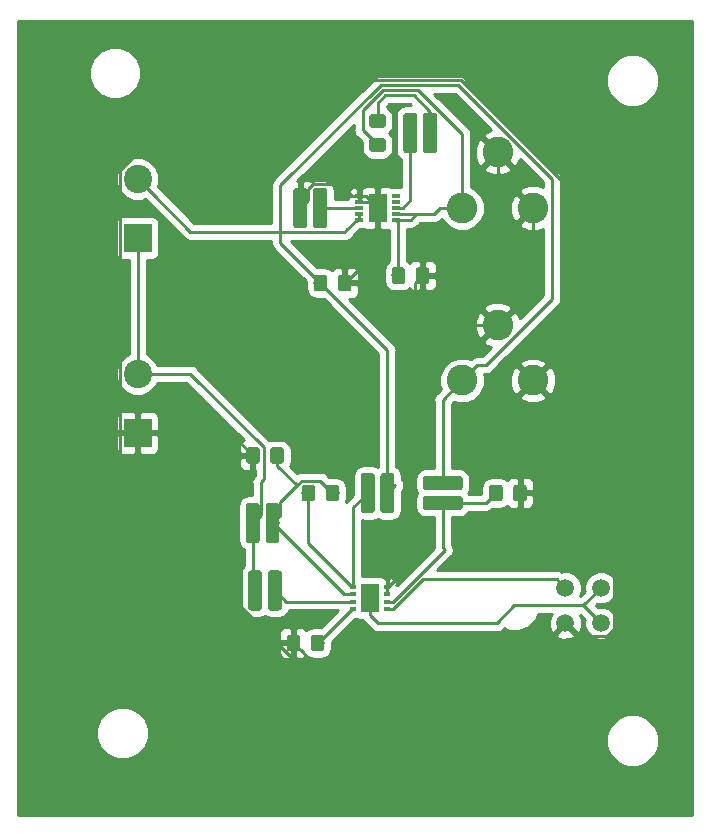
<source format=gbr>
G04 #@! TF.GenerationSoftware,KiCad,Pcbnew,(5.0.1)-3*
G04 #@! TF.CreationDate,2018-12-28T16:37:43-07:00*
G04 #@! TF.ProjectId,New_battery,4E65775F626174746572792E6B696361,rev?*
G04 #@! TF.SameCoordinates,Original*
G04 #@! TF.FileFunction,Copper,L1,Top,Signal*
G04 #@! TF.FilePolarity,Positive*
%FSLAX46Y46*%
G04 Gerber Fmt 4.6, Leading zero omitted, Abs format (unit mm)*
G04 Created by KiCad (PCBNEW (5.0.1)-3) date 2018-12-28 4:37:43 PM*
%MOMM*%
%LPD*%
G01*
G04 APERTURE LIST*
G04 #@! TA.AperFunction,Conductor*
%ADD10C,0.100000*%
G04 #@! TD*
G04 #@! TA.AperFunction,SMDPad,CuDef*
%ADD11C,1.150000*%
G04 #@! TD*
G04 #@! TA.AperFunction,ComponentPad*
%ADD12C,2.600000*%
G04 #@! TD*
G04 #@! TA.AperFunction,ComponentPad*
%ADD13C,2.400000*%
G04 #@! TD*
G04 #@! TA.AperFunction,ComponentPad*
%ADD14R,2.400000X2.400000*%
G04 #@! TD*
G04 #@! TA.AperFunction,ComponentPad*
%ADD15C,1.500000*%
G04 #@! TD*
G04 #@! TA.AperFunction,SMDPad,CuDef*
%ADD16C,1.175000*%
G04 #@! TD*
G04 #@! TA.AperFunction,SMDPad,CuDef*
%ADD17R,1.550000X2.480000*%
G04 #@! TD*
G04 #@! TA.AperFunction,SMDPad,CuDef*
%ADD18R,0.650000X0.300000*%
G04 #@! TD*
G04 #@! TA.AperFunction,SMDPad,CuDef*
%ADD19R,1.650000X2.400000*%
G04 #@! TD*
G04 #@! TA.AperFunction,SMDPad,CuDef*
%ADD20R,0.600000X0.300000*%
G04 #@! TD*
G04 #@! TA.AperFunction,ViaPad*
%ADD21C,0.800000*%
G04 #@! TD*
G04 #@! TA.AperFunction,Conductor*
%ADD22C,0.250000*%
G04 #@! TD*
G04 #@! TA.AperFunction,Conductor*
%ADD23C,0.254000*%
G04 #@! TD*
G04 APERTURE END LIST*
D10*
G04 #@! TO.N,VDD2*
G04 #@! TO.C,C1*
G36*
X243409505Y-79311204D02*
X243433773Y-79314804D01*
X243457572Y-79320765D01*
X243480671Y-79329030D01*
X243502850Y-79339520D01*
X243523893Y-79352132D01*
X243543599Y-79366747D01*
X243561777Y-79383223D01*
X243578253Y-79401401D01*
X243592868Y-79421107D01*
X243605480Y-79442150D01*
X243615970Y-79464329D01*
X243624235Y-79487428D01*
X243630196Y-79511227D01*
X243633796Y-79535495D01*
X243635000Y-79559999D01*
X243635000Y-80460001D01*
X243633796Y-80484505D01*
X243630196Y-80508773D01*
X243624235Y-80532572D01*
X243615970Y-80555671D01*
X243605480Y-80577850D01*
X243592868Y-80598893D01*
X243578253Y-80618599D01*
X243561777Y-80636777D01*
X243543599Y-80653253D01*
X243523893Y-80667868D01*
X243502850Y-80680480D01*
X243480671Y-80690970D01*
X243457572Y-80699235D01*
X243433773Y-80705196D01*
X243409505Y-80708796D01*
X243385001Y-80710000D01*
X242734999Y-80710000D01*
X242710495Y-80708796D01*
X242686227Y-80705196D01*
X242662428Y-80699235D01*
X242639329Y-80690970D01*
X242617150Y-80680480D01*
X242596107Y-80667868D01*
X242576401Y-80653253D01*
X242558223Y-80636777D01*
X242541747Y-80618599D01*
X242527132Y-80598893D01*
X242514520Y-80577850D01*
X242504030Y-80555671D01*
X242495765Y-80532572D01*
X242489804Y-80508773D01*
X242486204Y-80484505D01*
X242485000Y-80460001D01*
X242485000Y-79559999D01*
X242486204Y-79535495D01*
X242489804Y-79511227D01*
X242495765Y-79487428D01*
X242504030Y-79464329D01*
X242514520Y-79442150D01*
X242527132Y-79421107D01*
X242541747Y-79401401D01*
X242558223Y-79383223D01*
X242576401Y-79366747D01*
X242596107Y-79352132D01*
X242617150Y-79339520D01*
X242639329Y-79329030D01*
X242662428Y-79320765D01*
X242686227Y-79314804D01*
X242710495Y-79311204D01*
X242734999Y-79310000D01*
X243385001Y-79310000D01*
X243409505Y-79311204D01*
X243409505Y-79311204D01*
G37*
D11*
G04 #@! TD*
G04 #@! TO.P,C1,1*
G04 #@! TO.N,VDD2*
X243060000Y-80010000D03*
D10*
G04 #@! TO.N,GND*
G04 #@! TO.C,C1*
G36*
X245459505Y-79311204D02*
X245483773Y-79314804D01*
X245507572Y-79320765D01*
X245530671Y-79329030D01*
X245552850Y-79339520D01*
X245573893Y-79352132D01*
X245593599Y-79366747D01*
X245611777Y-79383223D01*
X245628253Y-79401401D01*
X245642868Y-79421107D01*
X245655480Y-79442150D01*
X245665970Y-79464329D01*
X245674235Y-79487428D01*
X245680196Y-79511227D01*
X245683796Y-79535495D01*
X245685000Y-79559999D01*
X245685000Y-80460001D01*
X245683796Y-80484505D01*
X245680196Y-80508773D01*
X245674235Y-80532572D01*
X245665970Y-80555671D01*
X245655480Y-80577850D01*
X245642868Y-80598893D01*
X245628253Y-80618599D01*
X245611777Y-80636777D01*
X245593599Y-80653253D01*
X245573893Y-80667868D01*
X245552850Y-80680480D01*
X245530671Y-80690970D01*
X245507572Y-80699235D01*
X245483773Y-80705196D01*
X245459505Y-80708796D01*
X245435001Y-80710000D01*
X244784999Y-80710000D01*
X244760495Y-80708796D01*
X244736227Y-80705196D01*
X244712428Y-80699235D01*
X244689329Y-80690970D01*
X244667150Y-80680480D01*
X244646107Y-80667868D01*
X244626401Y-80653253D01*
X244608223Y-80636777D01*
X244591747Y-80618599D01*
X244577132Y-80598893D01*
X244564520Y-80577850D01*
X244554030Y-80555671D01*
X244545765Y-80532572D01*
X244539804Y-80508773D01*
X244536204Y-80484505D01*
X244535000Y-80460001D01*
X244535000Y-79559999D01*
X244536204Y-79535495D01*
X244539804Y-79511227D01*
X244545765Y-79487428D01*
X244554030Y-79464329D01*
X244564520Y-79442150D01*
X244577132Y-79421107D01*
X244591747Y-79401401D01*
X244608223Y-79383223D01*
X244626401Y-79366747D01*
X244646107Y-79352132D01*
X244667150Y-79339520D01*
X244689329Y-79329030D01*
X244712428Y-79320765D01*
X244736227Y-79314804D01*
X244760495Y-79311204D01*
X244784999Y-79310000D01*
X245435001Y-79310000D01*
X245459505Y-79311204D01*
X245459505Y-79311204D01*
G37*
D11*
G04 #@! TD*
G04 #@! TO.P,C1,2*
G04 #@! TO.N,GND*
X245110000Y-80010000D03*
D10*
G04 #@! TO.N,GND*
G04 #@! TO.C,C2*
G36*
X238864505Y-79946204D02*
X238888773Y-79949804D01*
X238912572Y-79955765D01*
X238935671Y-79964030D01*
X238957850Y-79974520D01*
X238978893Y-79987132D01*
X238998599Y-80001747D01*
X239016777Y-80018223D01*
X239033253Y-80036401D01*
X239047868Y-80056107D01*
X239060480Y-80077150D01*
X239070970Y-80099329D01*
X239079235Y-80122428D01*
X239085196Y-80146227D01*
X239088796Y-80170495D01*
X239090000Y-80194999D01*
X239090000Y-81095001D01*
X239088796Y-81119505D01*
X239085196Y-81143773D01*
X239079235Y-81167572D01*
X239070970Y-81190671D01*
X239060480Y-81212850D01*
X239047868Y-81233893D01*
X239033253Y-81253599D01*
X239016777Y-81271777D01*
X238998599Y-81288253D01*
X238978893Y-81302868D01*
X238957850Y-81315480D01*
X238935671Y-81325970D01*
X238912572Y-81334235D01*
X238888773Y-81340196D01*
X238864505Y-81343796D01*
X238840001Y-81345000D01*
X238189999Y-81345000D01*
X238165495Y-81343796D01*
X238141227Y-81340196D01*
X238117428Y-81334235D01*
X238094329Y-81325970D01*
X238072150Y-81315480D01*
X238051107Y-81302868D01*
X238031401Y-81288253D01*
X238013223Y-81271777D01*
X237996747Y-81253599D01*
X237982132Y-81233893D01*
X237969520Y-81212850D01*
X237959030Y-81190671D01*
X237950765Y-81167572D01*
X237944804Y-81143773D01*
X237941204Y-81119505D01*
X237940000Y-81095001D01*
X237940000Y-80194999D01*
X237941204Y-80170495D01*
X237944804Y-80146227D01*
X237950765Y-80122428D01*
X237959030Y-80099329D01*
X237969520Y-80077150D01*
X237982132Y-80056107D01*
X237996747Y-80036401D01*
X238013223Y-80018223D01*
X238031401Y-80001747D01*
X238051107Y-79987132D01*
X238072150Y-79974520D01*
X238094329Y-79964030D01*
X238117428Y-79955765D01*
X238141227Y-79949804D01*
X238165495Y-79946204D01*
X238189999Y-79945000D01*
X238840001Y-79945000D01*
X238864505Y-79946204D01*
X238864505Y-79946204D01*
G37*
D11*
G04 #@! TD*
G04 #@! TO.P,C2,2*
G04 #@! TO.N,GND*
X238515000Y-80645000D03*
D10*
G04 #@! TO.N,VDD1*
G04 #@! TO.C,C2*
G36*
X236814505Y-79946204D02*
X236838773Y-79949804D01*
X236862572Y-79955765D01*
X236885671Y-79964030D01*
X236907850Y-79974520D01*
X236928893Y-79987132D01*
X236948599Y-80001747D01*
X236966777Y-80018223D01*
X236983253Y-80036401D01*
X236997868Y-80056107D01*
X237010480Y-80077150D01*
X237020970Y-80099329D01*
X237029235Y-80122428D01*
X237035196Y-80146227D01*
X237038796Y-80170495D01*
X237040000Y-80194999D01*
X237040000Y-81095001D01*
X237038796Y-81119505D01*
X237035196Y-81143773D01*
X237029235Y-81167572D01*
X237020970Y-81190671D01*
X237010480Y-81212850D01*
X236997868Y-81233893D01*
X236983253Y-81253599D01*
X236966777Y-81271777D01*
X236948599Y-81288253D01*
X236928893Y-81302868D01*
X236907850Y-81315480D01*
X236885671Y-81325970D01*
X236862572Y-81334235D01*
X236838773Y-81340196D01*
X236814505Y-81343796D01*
X236790001Y-81345000D01*
X236139999Y-81345000D01*
X236115495Y-81343796D01*
X236091227Y-81340196D01*
X236067428Y-81334235D01*
X236044329Y-81325970D01*
X236022150Y-81315480D01*
X236001107Y-81302868D01*
X235981401Y-81288253D01*
X235963223Y-81271777D01*
X235946747Y-81253599D01*
X235932132Y-81233893D01*
X235919520Y-81212850D01*
X235909030Y-81190671D01*
X235900765Y-81167572D01*
X235894804Y-81143773D01*
X235891204Y-81119505D01*
X235890000Y-81095001D01*
X235890000Y-80194999D01*
X235891204Y-80170495D01*
X235894804Y-80146227D01*
X235900765Y-80122428D01*
X235909030Y-80099329D01*
X235919520Y-80077150D01*
X235932132Y-80056107D01*
X235946747Y-80036401D01*
X235963223Y-80018223D01*
X235981401Y-80001747D01*
X236001107Y-79987132D01*
X236022150Y-79974520D01*
X236044329Y-79964030D01*
X236067428Y-79955765D01*
X236091227Y-79949804D01*
X236115495Y-79946204D01*
X236139999Y-79945000D01*
X236790001Y-79945000D01*
X236814505Y-79946204D01*
X236814505Y-79946204D01*
G37*
D11*
G04 #@! TD*
G04 #@! TO.P,C2,1*
G04 #@! TO.N,VDD1*
X236465000Y-80645000D03*
D10*
G04 #@! TO.N,Net-(C3-Pad1)*
G04 #@! TO.C,C3*
G36*
X235789505Y-97726204D02*
X235813773Y-97729804D01*
X235837572Y-97735765D01*
X235860671Y-97744030D01*
X235882850Y-97754520D01*
X235903893Y-97767132D01*
X235923599Y-97781747D01*
X235941777Y-97798223D01*
X235958253Y-97816401D01*
X235972868Y-97836107D01*
X235985480Y-97857150D01*
X235995970Y-97879329D01*
X236004235Y-97902428D01*
X236010196Y-97926227D01*
X236013796Y-97950495D01*
X236015000Y-97974999D01*
X236015000Y-98875001D01*
X236013796Y-98899505D01*
X236010196Y-98923773D01*
X236004235Y-98947572D01*
X235995970Y-98970671D01*
X235985480Y-98992850D01*
X235972868Y-99013893D01*
X235958253Y-99033599D01*
X235941777Y-99051777D01*
X235923599Y-99068253D01*
X235903893Y-99082868D01*
X235882850Y-99095480D01*
X235860671Y-99105970D01*
X235837572Y-99114235D01*
X235813773Y-99120196D01*
X235789505Y-99123796D01*
X235765001Y-99125000D01*
X235114999Y-99125000D01*
X235090495Y-99123796D01*
X235066227Y-99120196D01*
X235042428Y-99114235D01*
X235019329Y-99105970D01*
X234997150Y-99095480D01*
X234976107Y-99082868D01*
X234956401Y-99068253D01*
X234938223Y-99051777D01*
X234921747Y-99033599D01*
X234907132Y-99013893D01*
X234894520Y-98992850D01*
X234884030Y-98970671D01*
X234875765Y-98947572D01*
X234869804Y-98923773D01*
X234866204Y-98899505D01*
X234865000Y-98875001D01*
X234865000Y-97974999D01*
X234866204Y-97950495D01*
X234869804Y-97926227D01*
X234875765Y-97902428D01*
X234884030Y-97879329D01*
X234894520Y-97857150D01*
X234907132Y-97836107D01*
X234921747Y-97816401D01*
X234938223Y-97798223D01*
X234956401Y-97781747D01*
X234976107Y-97767132D01*
X234997150Y-97754520D01*
X235019329Y-97744030D01*
X235042428Y-97735765D01*
X235066227Y-97729804D01*
X235090495Y-97726204D01*
X235114999Y-97725000D01*
X235765001Y-97725000D01*
X235789505Y-97726204D01*
X235789505Y-97726204D01*
G37*
D11*
G04 #@! TD*
G04 #@! TO.P,C3,1*
G04 #@! TO.N,Net-(C3-Pad1)*
X235440000Y-98425000D03*
D10*
G04 #@! TO.N,Net-(C3-Pad2)*
G04 #@! TO.C,C3*
G36*
X237839505Y-97726204D02*
X237863773Y-97729804D01*
X237887572Y-97735765D01*
X237910671Y-97744030D01*
X237932850Y-97754520D01*
X237953893Y-97767132D01*
X237973599Y-97781747D01*
X237991777Y-97798223D01*
X238008253Y-97816401D01*
X238022868Y-97836107D01*
X238035480Y-97857150D01*
X238045970Y-97879329D01*
X238054235Y-97902428D01*
X238060196Y-97926227D01*
X238063796Y-97950495D01*
X238065000Y-97974999D01*
X238065000Y-98875001D01*
X238063796Y-98899505D01*
X238060196Y-98923773D01*
X238054235Y-98947572D01*
X238045970Y-98970671D01*
X238035480Y-98992850D01*
X238022868Y-99013893D01*
X238008253Y-99033599D01*
X237991777Y-99051777D01*
X237973599Y-99068253D01*
X237953893Y-99082868D01*
X237932850Y-99095480D01*
X237910671Y-99105970D01*
X237887572Y-99114235D01*
X237863773Y-99120196D01*
X237839505Y-99123796D01*
X237815001Y-99125000D01*
X237164999Y-99125000D01*
X237140495Y-99123796D01*
X237116227Y-99120196D01*
X237092428Y-99114235D01*
X237069329Y-99105970D01*
X237047150Y-99095480D01*
X237026107Y-99082868D01*
X237006401Y-99068253D01*
X236988223Y-99051777D01*
X236971747Y-99033599D01*
X236957132Y-99013893D01*
X236944520Y-98992850D01*
X236934030Y-98970671D01*
X236925765Y-98947572D01*
X236919804Y-98923773D01*
X236916204Y-98899505D01*
X236915000Y-98875001D01*
X236915000Y-97974999D01*
X236916204Y-97950495D01*
X236919804Y-97926227D01*
X236925765Y-97902428D01*
X236934030Y-97879329D01*
X236944520Y-97857150D01*
X236957132Y-97836107D01*
X236971747Y-97816401D01*
X236988223Y-97798223D01*
X237006401Y-97781747D01*
X237026107Y-97767132D01*
X237047150Y-97754520D01*
X237069329Y-97744030D01*
X237092428Y-97735765D01*
X237116227Y-97729804D01*
X237140495Y-97726204D01*
X237164999Y-97725000D01*
X237815001Y-97725000D01*
X237839505Y-97726204D01*
X237839505Y-97726204D01*
G37*
D11*
G04 #@! TD*
G04 #@! TO.P,C3,2*
G04 #@! TO.N,Net-(C3-Pad2)*
X237490000Y-98425000D03*
D10*
G04 #@! TO.N,GND*
G04 #@! TO.C,C4*
G36*
X231099505Y-94551204D02*
X231123773Y-94554804D01*
X231147572Y-94560765D01*
X231170671Y-94569030D01*
X231192850Y-94579520D01*
X231213893Y-94592132D01*
X231233599Y-94606747D01*
X231251777Y-94623223D01*
X231268253Y-94641401D01*
X231282868Y-94661107D01*
X231295480Y-94682150D01*
X231305970Y-94704329D01*
X231314235Y-94727428D01*
X231320196Y-94751227D01*
X231323796Y-94775495D01*
X231325000Y-94799999D01*
X231325000Y-95700001D01*
X231323796Y-95724505D01*
X231320196Y-95748773D01*
X231314235Y-95772572D01*
X231305970Y-95795671D01*
X231295480Y-95817850D01*
X231282868Y-95838893D01*
X231268253Y-95858599D01*
X231251777Y-95876777D01*
X231233599Y-95893253D01*
X231213893Y-95907868D01*
X231192850Y-95920480D01*
X231170671Y-95930970D01*
X231147572Y-95939235D01*
X231123773Y-95945196D01*
X231099505Y-95948796D01*
X231075001Y-95950000D01*
X230424999Y-95950000D01*
X230400495Y-95948796D01*
X230376227Y-95945196D01*
X230352428Y-95939235D01*
X230329329Y-95930970D01*
X230307150Y-95920480D01*
X230286107Y-95907868D01*
X230266401Y-95893253D01*
X230248223Y-95876777D01*
X230231747Y-95858599D01*
X230217132Y-95838893D01*
X230204520Y-95817850D01*
X230194030Y-95795671D01*
X230185765Y-95772572D01*
X230179804Y-95748773D01*
X230176204Y-95724505D01*
X230175000Y-95700001D01*
X230175000Y-94799999D01*
X230176204Y-94775495D01*
X230179804Y-94751227D01*
X230185765Y-94727428D01*
X230194030Y-94704329D01*
X230204520Y-94682150D01*
X230217132Y-94661107D01*
X230231747Y-94641401D01*
X230248223Y-94623223D01*
X230266401Y-94606747D01*
X230286107Y-94592132D01*
X230307150Y-94579520D01*
X230329329Y-94569030D01*
X230352428Y-94560765D01*
X230376227Y-94554804D01*
X230400495Y-94551204D01*
X230424999Y-94550000D01*
X231075001Y-94550000D01*
X231099505Y-94551204D01*
X231099505Y-94551204D01*
G37*
D11*
G04 #@! TD*
G04 #@! TO.P,C4,2*
G04 #@! TO.N,GND*
X230750000Y-95250000D03*
D10*
G04 #@! TO.N,Net-(C3-Pad2)*
G04 #@! TO.C,C4*
G36*
X233149505Y-94551204D02*
X233173773Y-94554804D01*
X233197572Y-94560765D01*
X233220671Y-94569030D01*
X233242850Y-94579520D01*
X233263893Y-94592132D01*
X233283599Y-94606747D01*
X233301777Y-94623223D01*
X233318253Y-94641401D01*
X233332868Y-94661107D01*
X233345480Y-94682150D01*
X233355970Y-94704329D01*
X233364235Y-94727428D01*
X233370196Y-94751227D01*
X233373796Y-94775495D01*
X233375000Y-94799999D01*
X233375000Y-95700001D01*
X233373796Y-95724505D01*
X233370196Y-95748773D01*
X233364235Y-95772572D01*
X233355970Y-95795671D01*
X233345480Y-95817850D01*
X233332868Y-95838893D01*
X233318253Y-95858599D01*
X233301777Y-95876777D01*
X233283599Y-95893253D01*
X233263893Y-95907868D01*
X233242850Y-95920480D01*
X233220671Y-95930970D01*
X233197572Y-95939235D01*
X233173773Y-95945196D01*
X233149505Y-95948796D01*
X233125001Y-95950000D01*
X232474999Y-95950000D01*
X232450495Y-95948796D01*
X232426227Y-95945196D01*
X232402428Y-95939235D01*
X232379329Y-95930970D01*
X232357150Y-95920480D01*
X232336107Y-95907868D01*
X232316401Y-95893253D01*
X232298223Y-95876777D01*
X232281747Y-95858599D01*
X232267132Y-95838893D01*
X232254520Y-95817850D01*
X232244030Y-95795671D01*
X232235765Y-95772572D01*
X232229804Y-95748773D01*
X232226204Y-95724505D01*
X232225000Y-95700001D01*
X232225000Y-94799999D01*
X232226204Y-94775495D01*
X232229804Y-94751227D01*
X232235765Y-94727428D01*
X232244030Y-94704329D01*
X232254520Y-94682150D01*
X232267132Y-94661107D01*
X232281747Y-94641401D01*
X232298223Y-94623223D01*
X232316401Y-94606747D01*
X232336107Y-94592132D01*
X232357150Y-94579520D01*
X232379329Y-94569030D01*
X232402428Y-94560765D01*
X232426227Y-94554804D01*
X232450495Y-94551204D01*
X232474999Y-94550000D01*
X233125001Y-94550000D01*
X233149505Y-94551204D01*
X233149505Y-94551204D01*
G37*
D11*
G04 #@! TD*
G04 #@! TO.P,C4,1*
G04 #@! TO.N,Net-(C3-Pad2)*
X232800000Y-95250000D03*
D10*
G04 #@! TO.N,GND*
G04 #@! TO.C,C5*
G36*
X234519505Y-110426204D02*
X234543773Y-110429804D01*
X234567572Y-110435765D01*
X234590671Y-110444030D01*
X234612850Y-110454520D01*
X234633893Y-110467132D01*
X234653599Y-110481747D01*
X234671777Y-110498223D01*
X234688253Y-110516401D01*
X234702868Y-110536107D01*
X234715480Y-110557150D01*
X234725970Y-110579329D01*
X234734235Y-110602428D01*
X234740196Y-110626227D01*
X234743796Y-110650495D01*
X234745000Y-110674999D01*
X234745000Y-111575001D01*
X234743796Y-111599505D01*
X234740196Y-111623773D01*
X234734235Y-111647572D01*
X234725970Y-111670671D01*
X234715480Y-111692850D01*
X234702868Y-111713893D01*
X234688253Y-111733599D01*
X234671777Y-111751777D01*
X234653599Y-111768253D01*
X234633893Y-111782868D01*
X234612850Y-111795480D01*
X234590671Y-111805970D01*
X234567572Y-111814235D01*
X234543773Y-111820196D01*
X234519505Y-111823796D01*
X234495001Y-111825000D01*
X233844999Y-111825000D01*
X233820495Y-111823796D01*
X233796227Y-111820196D01*
X233772428Y-111814235D01*
X233749329Y-111805970D01*
X233727150Y-111795480D01*
X233706107Y-111782868D01*
X233686401Y-111768253D01*
X233668223Y-111751777D01*
X233651747Y-111733599D01*
X233637132Y-111713893D01*
X233624520Y-111692850D01*
X233614030Y-111670671D01*
X233605765Y-111647572D01*
X233599804Y-111623773D01*
X233596204Y-111599505D01*
X233595000Y-111575001D01*
X233595000Y-110674999D01*
X233596204Y-110650495D01*
X233599804Y-110626227D01*
X233605765Y-110602428D01*
X233614030Y-110579329D01*
X233624520Y-110557150D01*
X233637132Y-110536107D01*
X233651747Y-110516401D01*
X233668223Y-110498223D01*
X233686401Y-110481747D01*
X233706107Y-110467132D01*
X233727150Y-110454520D01*
X233749329Y-110444030D01*
X233772428Y-110435765D01*
X233796227Y-110429804D01*
X233820495Y-110426204D01*
X233844999Y-110425000D01*
X234495001Y-110425000D01*
X234519505Y-110426204D01*
X234519505Y-110426204D01*
G37*
D11*
G04 #@! TD*
G04 #@! TO.P,C5,2*
G04 #@! TO.N,GND*
X234170000Y-111125000D03*
D10*
G04 #@! TO.N,Net-(C5-Pad1)*
G04 #@! TO.C,C5*
G36*
X236569505Y-110426204D02*
X236593773Y-110429804D01*
X236617572Y-110435765D01*
X236640671Y-110444030D01*
X236662850Y-110454520D01*
X236683893Y-110467132D01*
X236703599Y-110481747D01*
X236721777Y-110498223D01*
X236738253Y-110516401D01*
X236752868Y-110536107D01*
X236765480Y-110557150D01*
X236775970Y-110579329D01*
X236784235Y-110602428D01*
X236790196Y-110626227D01*
X236793796Y-110650495D01*
X236795000Y-110674999D01*
X236795000Y-111575001D01*
X236793796Y-111599505D01*
X236790196Y-111623773D01*
X236784235Y-111647572D01*
X236775970Y-111670671D01*
X236765480Y-111692850D01*
X236752868Y-111713893D01*
X236738253Y-111733599D01*
X236721777Y-111751777D01*
X236703599Y-111768253D01*
X236683893Y-111782868D01*
X236662850Y-111795480D01*
X236640671Y-111805970D01*
X236617572Y-111814235D01*
X236593773Y-111820196D01*
X236569505Y-111823796D01*
X236545001Y-111825000D01*
X235894999Y-111825000D01*
X235870495Y-111823796D01*
X235846227Y-111820196D01*
X235822428Y-111814235D01*
X235799329Y-111805970D01*
X235777150Y-111795480D01*
X235756107Y-111782868D01*
X235736401Y-111768253D01*
X235718223Y-111751777D01*
X235701747Y-111733599D01*
X235687132Y-111713893D01*
X235674520Y-111692850D01*
X235664030Y-111670671D01*
X235655765Y-111647572D01*
X235649804Y-111623773D01*
X235646204Y-111599505D01*
X235645000Y-111575001D01*
X235645000Y-110674999D01*
X235646204Y-110650495D01*
X235649804Y-110626227D01*
X235655765Y-110602428D01*
X235664030Y-110579329D01*
X235674520Y-110557150D01*
X235687132Y-110536107D01*
X235701747Y-110516401D01*
X235718223Y-110498223D01*
X235736401Y-110481747D01*
X235756107Y-110467132D01*
X235777150Y-110454520D01*
X235799329Y-110444030D01*
X235822428Y-110435765D01*
X235846227Y-110429804D01*
X235870495Y-110426204D01*
X235894999Y-110425000D01*
X236545001Y-110425000D01*
X236569505Y-110426204D01*
X236569505Y-110426204D01*
G37*
D11*
G04 #@! TD*
G04 #@! TO.P,C5,1*
G04 #@! TO.N,Net-(C5-Pad1)*
X236220000Y-111125000D03*
D10*
G04 #@! TO.N,Net-(C6-Pad1)*
G04 #@! TO.C,C6*
G36*
X251664505Y-97726204D02*
X251688773Y-97729804D01*
X251712572Y-97735765D01*
X251735671Y-97744030D01*
X251757850Y-97754520D01*
X251778893Y-97767132D01*
X251798599Y-97781747D01*
X251816777Y-97798223D01*
X251833253Y-97816401D01*
X251847868Y-97836107D01*
X251860480Y-97857150D01*
X251870970Y-97879329D01*
X251879235Y-97902428D01*
X251885196Y-97926227D01*
X251888796Y-97950495D01*
X251890000Y-97974999D01*
X251890000Y-98875001D01*
X251888796Y-98899505D01*
X251885196Y-98923773D01*
X251879235Y-98947572D01*
X251870970Y-98970671D01*
X251860480Y-98992850D01*
X251847868Y-99013893D01*
X251833253Y-99033599D01*
X251816777Y-99051777D01*
X251798599Y-99068253D01*
X251778893Y-99082868D01*
X251757850Y-99095480D01*
X251735671Y-99105970D01*
X251712572Y-99114235D01*
X251688773Y-99120196D01*
X251664505Y-99123796D01*
X251640001Y-99125000D01*
X250989999Y-99125000D01*
X250965495Y-99123796D01*
X250941227Y-99120196D01*
X250917428Y-99114235D01*
X250894329Y-99105970D01*
X250872150Y-99095480D01*
X250851107Y-99082868D01*
X250831401Y-99068253D01*
X250813223Y-99051777D01*
X250796747Y-99033599D01*
X250782132Y-99013893D01*
X250769520Y-98992850D01*
X250759030Y-98970671D01*
X250750765Y-98947572D01*
X250744804Y-98923773D01*
X250741204Y-98899505D01*
X250740000Y-98875001D01*
X250740000Y-97974999D01*
X250741204Y-97950495D01*
X250744804Y-97926227D01*
X250750765Y-97902428D01*
X250759030Y-97879329D01*
X250769520Y-97857150D01*
X250782132Y-97836107D01*
X250796747Y-97816401D01*
X250813223Y-97798223D01*
X250831401Y-97781747D01*
X250851107Y-97767132D01*
X250872150Y-97754520D01*
X250894329Y-97744030D01*
X250917428Y-97735765D01*
X250941227Y-97729804D01*
X250965495Y-97726204D01*
X250989999Y-97725000D01*
X251640001Y-97725000D01*
X251664505Y-97726204D01*
X251664505Y-97726204D01*
G37*
D11*
G04 #@! TD*
G04 #@! TO.P,C6,1*
G04 #@! TO.N,Net-(C6-Pad1)*
X251315000Y-98425000D03*
D10*
G04 #@! TO.N,GND*
G04 #@! TO.C,C6*
G36*
X253714505Y-97726204D02*
X253738773Y-97729804D01*
X253762572Y-97735765D01*
X253785671Y-97744030D01*
X253807850Y-97754520D01*
X253828893Y-97767132D01*
X253848599Y-97781747D01*
X253866777Y-97798223D01*
X253883253Y-97816401D01*
X253897868Y-97836107D01*
X253910480Y-97857150D01*
X253920970Y-97879329D01*
X253929235Y-97902428D01*
X253935196Y-97926227D01*
X253938796Y-97950495D01*
X253940000Y-97974999D01*
X253940000Y-98875001D01*
X253938796Y-98899505D01*
X253935196Y-98923773D01*
X253929235Y-98947572D01*
X253920970Y-98970671D01*
X253910480Y-98992850D01*
X253897868Y-99013893D01*
X253883253Y-99033599D01*
X253866777Y-99051777D01*
X253848599Y-99068253D01*
X253828893Y-99082868D01*
X253807850Y-99095480D01*
X253785671Y-99105970D01*
X253762572Y-99114235D01*
X253738773Y-99120196D01*
X253714505Y-99123796D01*
X253690001Y-99125000D01*
X253039999Y-99125000D01*
X253015495Y-99123796D01*
X252991227Y-99120196D01*
X252967428Y-99114235D01*
X252944329Y-99105970D01*
X252922150Y-99095480D01*
X252901107Y-99082868D01*
X252881401Y-99068253D01*
X252863223Y-99051777D01*
X252846747Y-99033599D01*
X252832132Y-99013893D01*
X252819520Y-98992850D01*
X252809030Y-98970671D01*
X252800765Y-98947572D01*
X252794804Y-98923773D01*
X252791204Y-98899505D01*
X252790000Y-98875001D01*
X252790000Y-97974999D01*
X252791204Y-97950495D01*
X252794804Y-97926227D01*
X252800765Y-97902428D01*
X252809030Y-97879329D01*
X252819520Y-97857150D01*
X252832132Y-97836107D01*
X252846747Y-97816401D01*
X252863223Y-97798223D01*
X252881401Y-97781747D01*
X252901107Y-97767132D01*
X252922150Y-97754520D01*
X252944329Y-97744030D01*
X252967428Y-97735765D01*
X252991227Y-97729804D01*
X253015495Y-97726204D01*
X253039999Y-97725000D01*
X253690001Y-97725000D01*
X253714505Y-97726204D01*
X253714505Y-97726204D01*
G37*
D11*
G04 #@! TD*
G04 #@! TO.P,C6,2*
G04 #@! TO.N,GND*
X253365000Y-98425000D03*
D10*
G04 #@! TO.N,Net-(D1-Pad1)*
G04 #@! TO.C,D1*
G36*
X241774505Y-66346204D02*
X241798773Y-66349804D01*
X241822572Y-66355765D01*
X241845671Y-66364030D01*
X241867850Y-66374520D01*
X241888893Y-66387132D01*
X241908599Y-66401747D01*
X241926777Y-66418223D01*
X241943253Y-66436401D01*
X241957868Y-66456107D01*
X241970480Y-66477150D01*
X241980970Y-66499329D01*
X241989235Y-66522428D01*
X241995196Y-66546227D01*
X241998796Y-66570495D01*
X242000000Y-66594999D01*
X242000000Y-67245001D01*
X241998796Y-67269505D01*
X241995196Y-67293773D01*
X241989235Y-67317572D01*
X241980970Y-67340671D01*
X241970480Y-67362850D01*
X241957868Y-67383893D01*
X241943253Y-67403599D01*
X241926777Y-67421777D01*
X241908599Y-67438253D01*
X241888893Y-67452868D01*
X241867850Y-67465480D01*
X241845671Y-67475970D01*
X241822572Y-67484235D01*
X241798773Y-67490196D01*
X241774505Y-67493796D01*
X241750001Y-67495000D01*
X240849999Y-67495000D01*
X240825495Y-67493796D01*
X240801227Y-67490196D01*
X240777428Y-67484235D01*
X240754329Y-67475970D01*
X240732150Y-67465480D01*
X240711107Y-67452868D01*
X240691401Y-67438253D01*
X240673223Y-67421777D01*
X240656747Y-67403599D01*
X240642132Y-67383893D01*
X240629520Y-67362850D01*
X240619030Y-67340671D01*
X240610765Y-67317572D01*
X240604804Y-67293773D01*
X240601204Y-67269505D01*
X240600000Y-67245001D01*
X240600000Y-66594999D01*
X240601204Y-66570495D01*
X240604804Y-66546227D01*
X240610765Y-66522428D01*
X240619030Y-66499329D01*
X240629520Y-66477150D01*
X240642132Y-66456107D01*
X240656747Y-66436401D01*
X240673223Y-66418223D01*
X240691401Y-66401747D01*
X240711107Y-66387132D01*
X240732150Y-66374520D01*
X240754329Y-66364030D01*
X240777428Y-66355765D01*
X240801227Y-66349804D01*
X240825495Y-66346204D01*
X240849999Y-66345000D01*
X241750001Y-66345000D01*
X241774505Y-66346204D01*
X241774505Y-66346204D01*
G37*
D11*
G04 #@! TD*
G04 #@! TO.P,D1,1*
G04 #@! TO.N,Net-(D1-Pad1)*
X241300000Y-66920000D03*
D10*
G04 #@! TO.N,VDD2*
G04 #@! TO.C,D1*
G36*
X241774505Y-68396204D02*
X241798773Y-68399804D01*
X241822572Y-68405765D01*
X241845671Y-68414030D01*
X241867850Y-68424520D01*
X241888893Y-68437132D01*
X241908599Y-68451747D01*
X241926777Y-68468223D01*
X241943253Y-68486401D01*
X241957868Y-68506107D01*
X241970480Y-68527150D01*
X241980970Y-68549329D01*
X241989235Y-68572428D01*
X241995196Y-68596227D01*
X241998796Y-68620495D01*
X242000000Y-68644999D01*
X242000000Y-69295001D01*
X241998796Y-69319505D01*
X241995196Y-69343773D01*
X241989235Y-69367572D01*
X241980970Y-69390671D01*
X241970480Y-69412850D01*
X241957868Y-69433893D01*
X241943253Y-69453599D01*
X241926777Y-69471777D01*
X241908599Y-69488253D01*
X241888893Y-69502868D01*
X241867850Y-69515480D01*
X241845671Y-69525970D01*
X241822572Y-69534235D01*
X241798773Y-69540196D01*
X241774505Y-69543796D01*
X241750001Y-69545000D01*
X240849999Y-69545000D01*
X240825495Y-69543796D01*
X240801227Y-69540196D01*
X240777428Y-69534235D01*
X240754329Y-69525970D01*
X240732150Y-69515480D01*
X240711107Y-69502868D01*
X240691401Y-69488253D01*
X240673223Y-69471777D01*
X240656747Y-69453599D01*
X240642132Y-69433893D01*
X240629520Y-69412850D01*
X240619030Y-69390671D01*
X240610765Y-69367572D01*
X240604804Y-69343773D01*
X240601204Y-69319505D01*
X240600000Y-69295001D01*
X240600000Y-68644999D01*
X240601204Y-68620495D01*
X240604804Y-68596227D01*
X240610765Y-68572428D01*
X240619030Y-68549329D01*
X240629520Y-68527150D01*
X240642132Y-68506107D01*
X240656747Y-68486401D01*
X240673223Y-68468223D01*
X240691401Y-68451747D01*
X240711107Y-68437132D01*
X240732150Y-68424520D01*
X240754329Y-68414030D01*
X240777428Y-68405765D01*
X240801227Y-68399804D01*
X240825495Y-68396204D01*
X240849999Y-68395000D01*
X241750001Y-68395000D01*
X241774505Y-68396204D01*
X241774505Y-68396204D01*
G37*
D11*
G04 #@! TD*
G04 #@! TO.P,D1,2*
G04 #@! TO.N,VDD2*
X241300000Y-68970000D03*
D12*
G04 #@! TO.P,J1,1*
G04 #@! TO.N,VDD1*
X248460000Y-88900000D03*
G04 #@! TO.P,J1,2*
G04 #@! TO.N,GND*
X254460000Y-88900000D03*
G04 #@! TO.P,J1,3*
X251460000Y-84200000D03*
G04 #@! TD*
D13*
G04 #@! TO.P,J3,2*
G04 #@! TO.N,Net-(J3-Pad2)*
X220980000Y-88345000D03*
D14*
G04 #@! TO.P,J3,1*
G04 #@! TO.N,GND*
X220980000Y-93345000D03*
G04 #@! TD*
G04 #@! TO.P,J4,1*
G04 #@! TO.N,Net-(J3-Pad2)*
X220980000Y-76835000D03*
D13*
G04 #@! TO.P,J4,2*
G04 #@! TO.N,VDD1*
X220980000Y-71835000D03*
G04 #@! TD*
D15*
G04 #@! TO.P,J5,1*
G04 #@! TO.N,GND*
X257205000Y-109450000D03*
G04 #@! TO.P,J5,2*
G04 #@! TO.N,Net-(J5-Pad2)*
X257205000Y-106450000D03*
G04 #@! TO.P,J5,3*
G04 #@! TO.N,N/C*
X260205000Y-109450000D03*
G04 #@! TO.P,J5,4*
X260205000Y-106450000D03*
G04 #@! TD*
D12*
G04 #@! TO.P,J6,3*
G04 #@! TO.N,GND*
X251460000Y-69595000D03*
G04 #@! TO.P,J6,2*
X254460000Y-74295000D03*
G04 #@! TO.P,J6,1*
G04 #@! TO.N,VDD2*
X248460000Y-74295000D03*
G04 #@! TD*
D10*
G04 #@! TO.N,Net-(R1-Pad2)*
G04 #@! TO.C,R1*
G36*
X244432004Y-66246204D02*
X244456273Y-66249804D01*
X244480071Y-66255765D01*
X244503171Y-66264030D01*
X244525349Y-66274520D01*
X244546393Y-66287133D01*
X244566098Y-66301747D01*
X244584277Y-66318223D01*
X244600753Y-66336402D01*
X244615367Y-66356107D01*
X244627980Y-66377151D01*
X244638470Y-66399329D01*
X244646735Y-66422429D01*
X244652696Y-66446227D01*
X244656296Y-66470496D01*
X244657500Y-66495000D01*
X244657500Y-69395000D01*
X244656296Y-69419504D01*
X244652696Y-69443773D01*
X244646735Y-69467571D01*
X244638470Y-69490671D01*
X244627980Y-69512849D01*
X244615367Y-69533893D01*
X244600753Y-69553598D01*
X244584277Y-69571777D01*
X244566098Y-69588253D01*
X244546393Y-69602867D01*
X244525349Y-69615480D01*
X244503171Y-69625970D01*
X244480071Y-69634235D01*
X244456273Y-69640196D01*
X244432004Y-69643796D01*
X244407500Y-69645000D01*
X243732500Y-69645000D01*
X243707996Y-69643796D01*
X243683727Y-69640196D01*
X243659929Y-69634235D01*
X243636829Y-69625970D01*
X243614651Y-69615480D01*
X243593607Y-69602867D01*
X243573902Y-69588253D01*
X243555723Y-69571777D01*
X243539247Y-69553598D01*
X243524633Y-69533893D01*
X243512020Y-69512849D01*
X243501530Y-69490671D01*
X243493265Y-69467571D01*
X243487304Y-69443773D01*
X243483704Y-69419504D01*
X243482500Y-69395000D01*
X243482500Y-66495000D01*
X243483704Y-66470496D01*
X243487304Y-66446227D01*
X243493265Y-66422429D01*
X243501530Y-66399329D01*
X243512020Y-66377151D01*
X243524633Y-66356107D01*
X243539247Y-66336402D01*
X243555723Y-66318223D01*
X243573902Y-66301747D01*
X243593607Y-66287133D01*
X243614651Y-66274520D01*
X243636829Y-66264030D01*
X243659929Y-66255765D01*
X243683727Y-66249804D01*
X243707996Y-66246204D01*
X243732500Y-66245000D01*
X244407500Y-66245000D01*
X244432004Y-66246204D01*
X244432004Y-66246204D01*
G37*
D16*
G04 #@! TD*
G04 #@! TO.P,R1,2*
G04 #@! TO.N,Net-(R1-Pad2)*
X244070000Y-67945000D03*
D10*
G04 #@! TO.N,Net-(D1-Pad1)*
G04 #@! TO.C,R1*
G36*
X246107004Y-66246204D02*
X246131273Y-66249804D01*
X246155071Y-66255765D01*
X246178171Y-66264030D01*
X246200349Y-66274520D01*
X246221393Y-66287133D01*
X246241098Y-66301747D01*
X246259277Y-66318223D01*
X246275753Y-66336402D01*
X246290367Y-66356107D01*
X246302980Y-66377151D01*
X246313470Y-66399329D01*
X246321735Y-66422429D01*
X246327696Y-66446227D01*
X246331296Y-66470496D01*
X246332500Y-66495000D01*
X246332500Y-69395000D01*
X246331296Y-69419504D01*
X246327696Y-69443773D01*
X246321735Y-69467571D01*
X246313470Y-69490671D01*
X246302980Y-69512849D01*
X246290367Y-69533893D01*
X246275753Y-69553598D01*
X246259277Y-69571777D01*
X246241098Y-69588253D01*
X246221393Y-69602867D01*
X246200349Y-69615480D01*
X246178171Y-69625970D01*
X246155071Y-69634235D01*
X246131273Y-69640196D01*
X246107004Y-69643796D01*
X246082500Y-69645000D01*
X245407500Y-69645000D01*
X245382996Y-69643796D01*
X245358727Y-69640196D01*
X245334929Y-69634235D01*
X245311829Y-69625970D01*
X245289651Y-69615480D01*
X245268607Y-69602867D01*
X245248902Y-69588253D01*
X245230723Y-69571777D01*
X245214247Y-69553598D01*
X245199633Y-69533893D01*
X245187020Y-69512849D01*
X245176530Y-69490671D01*
X245168265Y-69467571D01*
X245162304Y-69443773D01*
X245158704Y-69419504D01*
X245157500Y-69395000D01*
X245157500Y-66495000D01*
X245158704Y-66470496D01*
X245162304Y-66446227D01*
X245168265Y-66422429D01*
X245176530Y-66399329D01*
X245187020Y-66377151D01*
X245199633Y-66356107D01*
X245214247Y-66336402D01*
X245230723Y-66318223D01*
X245248902Y-66301747D01*
X245268607Y-66287133D01*
X245289651Y-66274520D01*
X245311829Y-66264030D01*
X245334929Y-66255765D01*
X245358727Y-66249804D01*
X245382996Y-66246204D01*
X245407500Y-66245000D01*
X246082500Y-66245000D01*
X246107004Y-66246204D01*
X246107004Y-66246204D01*
G37*
D16*
G04 #@! TD*
G04 #@! TO.P,R1,1*
G04 #@! TO.N,Net-(D1-Pad1)*
X245745000Y-67945000D03*
D10*
G04 #@! TO.N,Net-(R2-Pad1)*
G04 #@! TO.C,R2*
G36*
X236784504Y-72596204D02*
X236808773Y-72599804D01*
X236832571Y-72605765D01*
X236855671Y-72614030D01*
X236877849Y-72624520D01*
X236898893Y-72637133D01*
X236918598Y-72651747D01*
X236936777Y-72668223D01*
X236953253Y-72686402D01*
X236967867Y-72706107D01*
X236980480Y-72727151D01*
X236990970Y-72749329D01*
X236999235Y-72772429D01*
X237005196Y-72796227D01*
X237008796Y-72820496D01*
X237010000Y-72845000D01*
X237010000Y-75745000D01*
X237008796Y-75769504D01*
X237005196Y-75793773D01*
X236999235Y-75817571D01*
X236990970Y-75840671D01*
X236980480Y-75862849D01*
X236967867Y-75883893D01*
X236953253Y-75903598D01*
X236936777Y-75921777D01*
X236918598Y-75938253D01*
X236898893Y-75952867D01*
X236877849Y-75965480D01*
X236855671Y-75975970D01*
X236832571Y-75984235D01*
X236808773Y-75990196D01*
X236784504Y-75993796D01*
X236760000Y-75995000D01*
X236085000Y-75995000D01*
X236060496Y-75993796D01*
X236036227Y-75990196D01*
X236012429Y-75984235D01*
X235989329Y-75975970D01*
X235967151Y-75965480D01*
X235946107Y-75952867D01*
X235926402Y-75938253D01*
X235908223Y-75921777D01*
X235891747Y-75903598D01*
X235877133Y-75883893D01*
X235864520Y-75862849D01*
X235854030Y-75840671D01*
X235845765Y-75817571D01*
X235839804Y-75793773D01*
X235836204Y-75769504D01*
X235835000Y-75745000D01*
X235835000Y-72845000D01*
X235836204Y-72820496D01*
X235839804Y-72796227D01*
X235845765Y-72772429D01*
X235854030Y-72749329D01*
X235864520Y-72727151D01*
X235877133Y-72706107D01*
X235891747Y-72686402D01*
X235908223Y-72668223D01*
X235926402Y-72651747D01*
X235946107Y-72637133D01*
X235967151Y-72624520D01*
X235989329Y-72614030D01*
X236012429Y-72605765D01*
X236036227Y-72599804D01*
X236060496Y-72596204D01*
X236085000Y-72595000D01*
X236760000Y-72595000D01*
X236784504Y-72596204D01*
X236784504Y-72596204D01*
G37*
D16*
G04 #@! TD*
G04 #@! TO.P,R2,1*
G04 #@! TO.N,Net-(R2-Pad1)*
X236422500Y-74295000D03*
D10*
G04 #@! TO.N,GND*
G04 #@! TO.C,R2*
G36*
X235109504Y-72596204D02*
X235133773Y-72599804D01*
X235157571Y-72605765D01*
X235180671Y-72614030D01*
X235202849Y-72624520D01*
X235223893Y-72637133D01*
X235243598Y-72651747D01*
X235261777Y-72668223D01*
X235278253Y-72686402D01*
X235292867Y-72706107D01*
X235305480Y-72727151D01*
X235315970Y-72749329D01*
X235324235Y-72772429D01*
X235330196Y-72796227D01*
X235333796Y-72820496D01*
X235335000Y-72845000D01*
X235335000Y-75745000D01*
X235333796Y-75769504D01*
X235330196Y-75793773D01*
X235324235Y-75817571D01*
X235315970Y-75840671D01*
X235305480Y-75862849D01*
X235292867Y-75883893D01*
X235278253Y-75903598D01*
X235261777Y-75921777D01*
X235243598Y-75938253D01*
X235223893Y-75952867D01*
X235202849Y-75965480D01*
X235180671Y-75975970D01*
X235157571Y-75984235D01*
X235133773Y-75990196D01*
X235109504Y-75993796D01*
X235085000Y-75995000D01*
X234410000Y-75995000D01*
X234385496Y-75993796D01*
X234361227Y-75990196D01*
X234337429Y-75984235D01*
X234314329Y-75975970D01*
X234292151Y-75965480D01*
X234271107Y-75952867D01*
X234251402Y-75938253D01*
X234233223Y-75921777D01*
X234216747Y-75903598D01*
X234202133Y-75883893D01*
X234189520Y-75862849D01*
X234179030Y-75840671D01*
X234170765Y-75817571D01*
X234164804Y-75793773D01*
X234161204Y-75769504D01*
X234160000Y-75745000D01*
X234160000Y-72845000D01*
X234161204Y-72820496D01*
X234164804Y-72796227D01*
X234170765Y-72772429D01*
X234179030Y-72749329D01*
X234189520Y-72727151D01*
X234202133Y-72706107D01*
X234216747Y-72686402D01*
X234233223Y-72668223D01*
X234251402Y-72651747D01*
X234271107Y-72637133D01*
X234292151Y-72624520D01*
X234314329Y-72614030D01*
X234337429Y-72605765D01*
X234361227Y-72599804D01*
X234385496Y-72596204D01*
X234410000Y-72595000D01*
X235085000Y-72595000D01*
X235109504Y-72596204D01*
X235109504Y-72596204D01*
G37*
D16*
G04 #@! TD*
G04 #@! TO.P,R2,2*
G04 #@! TO.N,GND*
X234747500Y-74295000D03*
D10*
G04 #@! TO.N,Net-(J3-Pad2)*
G04 #@! TO.C,R3*
G36*
X231097004Y-99266204D02*
X231121273Y-99269804D01*
X231145071Y-99275765D01*
X231168171Y-99284030D01*
X231190349Y-99294520D01*
X231211393Y-99307133D01*
X231231098Y-99321747D01*
X231249277Y-99338223D01*
X231265753Y-99356402D01*
X231280367Y-99376107D01*
X231292980Y-99397151D01*
X231303470Y-99419329D01*
X231311735Y-99442429D01*
X231317696Y-99466227D01*
X231321296Y-99490496D01*
X231322500Y-99515000D01*
X231322500Y-102415000D01*
X231321296Y-102439504D01*
X231317696Y-102463773D01*
X231311735Y-102487571D01*
X231303470Y-102510671D01*
X231292980Y-102532849D01*
X231280367Y-102553893D01*
X231265753Y-102573598D01*
X231249277Y-102591777D01*
X231231098Y-102608253D01*
X231211393Y-102622867D01*
X231190349Y-102635480D01*
X231168171Y-102645970D01*
X231145071Y-102654235D01*
X231121273Y-102660196D01*
X231097004Y-102663796D01*
X231072500Y-102665000D01*
X230397500Y-102665000D01*
X230372996Y-102663796D01*
X230348727Y-102660196D01*
X230324929Y-102654235D01*
X230301829Y-102645970D01*
X230279651Y-102635480D01*
X230258607Y-102622867D01*
X230238902Y-102608253D01*
X230220723Y-102591777D01*
X230204247Y-102573598D01*
X230189633Y-102553893D01*
X230177020Y-102532849D01*
X230166530Y-102510671D01*
X230158265Y-102487571D01*
X230152304Y-102463773D01*
X230148704Y-102439504D01*
X230147500Y-102415000D01*
X230147500Y-99515000D01*
X230148704Y-99490496D01*
X230152304Y-99466227D01*
X230158265Y-99442429D01*
X230166530Y-99419329D01*
X230177020Y-99397151D01*
X230189633Y-99376107D01*
X230204247Y-99356402D01*
X230220723Y-99338223D01*
X230238902Y-99321747D01*
X230258607Y-99307133D01*
X230279651Y-99294520D01*
X230301829Y-99284030D01*
X230324929Y-99275765D01*
X230348727Y-99269804D01*
X230372996Y-99266204D01*
X230397500Y-99265000D01*
X231072500Y-99265000D01*
X231097004Y-99266204D01*
X231097004Y-99266204D01*
G37*
D16*
G04 #@! TD*
G04 #@! TO.P,R3,1*
G04 #@! TO.N,Net-(J3-Pad2)*
X230735000Y-100965000D03*
D10*
G04 #@! TO.N,Net-(C3-Pad2)*
G04 #@! TO.C,R3*
G36*
X232772004Y-99266204D02*
X232796273Y-99269804D01*
X232820071Y-99275765D01*
X232843171Y-99284030D01*
X232865349Y-99294520D01*
X232886393Y-99307133D01*
X232906098Y-99321747D01*
X232924277Y-99338223D01*
X232940753Y-99356402D01*
X232955367Y-99376107D01*
X232967980Y-99397151D01*
X232978470Y-99419329D01*
X232986735Y-99442429D01*
X232992696Y-99466227D01*
X232996296Y-99490496D01*
X232997500Y-99515000D01*
X232997500Y-102415000D01*
X232996296Y-102439504D01*
X232992696Y-102463773D01*
X232986735Y-102487571D01*
X232978470Y-102510671D01*
X232967980Y-102532849D01*
X232955367Y-102553893D01*
X232940753Y-102573598D01*
X232924277Y-102591777D01*
X232906098Y-102608253D01*
X232886393Y-102622867D01*
X232865349Y-102635480D01*
X232843171Y-102645970D01*
X232820071Y-102654235D01*
X232796273Y-102660196D01*
X232772004Y-102663796D01*
X232747500Y-102665000D01*
X232072500Y-102665000D01*
X232047996Y-102663796D01*
X232023727Y-102660196D01*
X231999929Y-102654235D01*
X231976829Y-102645970D01*
X231954651Y-102635480D01*
X231933607Y-102622867D01*
X231913902Y-102608253D01*
X231895723Y-102591777D01*
X231879247Y-102573598D01*
X231864633Y-102553893D01*
X231852020Y-102532849D01*
X231841530Y-102510671D01*
X231833265Y-102487571D01*
X231827304Y-102463773D01*
X231823704Y-102439504D01*
X231822500Y-102415000D01*
X231822500Y-99515000D01*
X231823704Y-99490496D01*
X231827304Y-99466227D01*
X231833265Y-99442429D01*
X231841530Y-99419329D01*
X231852020Y-99397151D01*
X231864633Y-99376107D01*
X231879247Y-99356402D01*
X231895723Y-99338223D01*
X231913902Y-99321747D01*
X231933607Y-99307133D01*
X231954651Y-99294520D01*
X231976829Y-99284030D01*
X231999929Y-99275765D01*
X232023727Y-99269804D01*
X232047996Y-99266204D01*
X232072500Y-99265000D01*
X232747500Y-99265000D01*
X232772004Y-99266204D01*
X232772004Y-99266204D01*
G37*
D16*
G04 #@! TD*
G04 #@! TO.P,R3,2*
G04 #@! TO.N,Net-(C3-Pad2)*
X232410000Y-100965000D03*
D10*
G04 #@! TO.N,Net-(C3-Pad1)*
G04 #@! TO.C,R4*
G36*
X240824504Y-96726204D02*
X240848773Y-96729804D01*
X240872571Y-96735765D01*
X240895671Y-96744030D01*
X240917849Y-96754520D01*
X240938893Y-96767133D01*
X240958598Y-96781747D01*
X240976777Y-96798223D01*
X240993253Y-96816402D01*
X241007867Y-96836107D01*
X241020480Y-96857151D01*
X241030970Y-96879329D01*
X241039235Y-96902429D01*
X241045196Y-96926227D01*
X241048796Y-96950496D01*
X241050000Y-96975000D01*
X241050000Y-99875000D01*
X241048796Y-99899504D01*
X241045196Y-99923773D01*
X241039235Y-99947571D01*
X241030970Y-99970671D01*
X241020480Y-99992849D01*
X241007867Y-100013893D01*
X240993253Y-100033598D01*
X240976777Y-100051777D01*
X240958598Y-100068253D01*
X240938893Y-100082867D01*
X240917849Y-100095480D01*
X240895671Y-100105970D01*
X240872571Y-100114235D01*
X240848773Y-100120196D01*
X240824504Y-100123796D01*
X240800000Y-100125000D01*
X240125000Y-100125000D01*
X240100496Y-100123796D01*
X240076227Y-100120196D01*
X240052429Y-100114235D01*
X240029329Y-100105970D01*
X240007151Y-100095480D01*
X239986107Y-100082867D01*
X239966402Y-100068253D01*
X239948223Y-100051777D01*
X239931747Y-100033598D01*
X239917133Y-100013893D01*
X239904520Y-99992849D01*
X239894030Y-99970671D01*
X239885765Y-99947571D01*
X239879804Y-99923773D01*
X239876204Y-99899504D01*
X239875000Y-99875000D01*
X239875000Y-96975000D01*
X239876204Y-96950496D01*
X239879804Y-96926227D01*
X239885765Y-96902429D01*
X239894030Y-96879329D01*
X239904520Y-96857151D01*
X239917133Y-96836107D01*
X239931747Y-96816402D01*
X239948223Y-96798223D01*
X239966402Y-96781747D01*
X239986107Y-96767133D01*
X240007151Y-96754520D01*
X240029329Y-96744030D01*
X240052429Y-96735765D01*
X240076227Y-96729804D01*
X240100496Y-96726204D01*
X240125000Y-96725000D01*
X240800000Y-96725000D01*
X240824504Y-96726204D01*
X240824504Y-96726204D01*
G37*
D16*
G04 #@! TD*
G04 #@! TO.P,R4,2*
G04 #@! TO.N,Net-(C3-Pad1)*
X240462500Y-98425000D03*
D10*
G04 #@! TO.N,VDD1*
G04 #@! TO.C,R4*
G36*
X242499504Y-96726204D02*
X242523773Y-96729804D01*
X242547571Y-96735765D01*
X242570671Y-96744030D01*
X242592849Y-96754520D01*
X242613893Y-96767133D01*
X242633598Y-96781747D01*
X242651777Y-96798223D01*
X242668253Y-96816402D01*
X242682867Y-96836107D01*
X242695480Y-96857151D01*
X242705970Y-96879329D01*
X242714235Y-96902429D01*
X242720196Y-96926227D01*
X242723796Y-96950496D01*
X242725000Y-96975000D01*
X242725000Y-99875000D01*
X242723796Y-99899504D01*
X242720196Y-99923773D01*
X242714235Y-99947571D01*
X242705970Y-99970671D01*
X242695480Y-99992849D01*
X242682867Y-100013893D01*
X242668253Y-100033598D01*
X242651777Y-100051777D01*
X242633598Y-100068253D01*
X242613893Y-100082867D01*
X242592849Y-100095480D01*
X242570671Y-100105970D01*
X242547571Y-100114235D01*
X242523773Y-100120196D01*
X242499504Y-100123796D01*
X242475000Y-100125000D01*
X241800000Y-100125000D01*
X241775496Y-100123796D01*
X241751227Y-100120196D01*
X241727429Y-100114235D01*
X241704329Y-100105970D01*
X241682151Y-100095480D01*
X241661107Y-100082867D01*
X241641402Y-100068253D01*
X241623223Y-100051777D01*
X241606747Y-100033598D01*
X241592133Y-100013893D01*
X241579520Y-99992849D01*
X241569030Y-99970671D01*
X241560765Y-99947571D01*
X241554804Y-99923773D01*
X241551204Y-99899504D01*
X241550000Y-99875000D01*
X241550000Y-96975000D01*
X241551204Y-96950496D01*
X241554804Y-96926227D01*
X241560765Y-96902429D01*
X241569030Y-96879329D01*
X241579520Y-96857151D01*
X241592133Y-96836107D01*
X241606747Y-96816402D01*
X241623223Y-96798223D01*
X241641402Y-96781747D01*
X241661107Y-96767133D01*
X241682151Y-96754520D01*
X241704329Y-96744030D01*
X241727429Y-96735765D01*
X241751227Y-96729804D01*
X241775496Y-96726204D01*
X241800000Y-96725000D01*
X242475000Y-96725000D01*
X242499504Y-96726204D01*
X242499504Y-96726204D01*
G37*
D16*
G04 #@! TD*
G04 #@! TO.P,R4,1*
G04 #@! TO.N,VDD1*
X242137500Y-98425000D03*
D10*
G04 #@! TO.N,Net-(R5-Pad2)*
G04 #@! TO.C,R5*
G36*
X232974504Y-104981204D02*
X232998773Y-104984804D01*
X233022571Y-104990765D01*
X233045671Y-104999030D01*
X233067849Y-105009520D01*
X233088893Y-105022133D01*
X233108598Y-105036747D01*
X233126777Y-105053223D01*
X233143253Y-105071402D01*
X233157867Y-105091107D01*
X233170480Y-105112151D01*
X233180970Y-105134329D01*
X233189235Y-105157429D01*
X233195196Y-105181227D01*
X233198796Y-105205496D01*
X233200000Y-105230000D01*
X233200000Y-108130000D01*
X233198796Y-108154504D01*
X233195196Y-108178773D01*
X233189235Y-108202571D01*
X233180970Y-108225671D01*
X233170480Y-108247849D01*
X233157867Y-108268893D01*
X233143253Y-108288598D01*
X233126777Y-108306777D01*
X233108598Y-108323253D01*
X233088893Y-108337867D01*
X233067849Y-108350480D01*
X233045671Y-108360970D01*
X233022571Y-108369235D01*
X232998773Y-108375196D01*
X232974504Y-108378796D01*
X232950000Y-108380000D01*
X232275000Y-108380000D01*
X232250496Y-108378796D01*
X232226227Y-108375196D01*
X232202429Y-108369235D01*
X232179329Y-108360970D01*
X232157151Y-108350480D01*
X232136107Y-108337867D01*
X232116402Y-108323253D01*
X232098223Y-108306777D01*
X232081747Y-108288598D01*
X232067133Y-108268893D01*
X232054520Y-108247849D01*
X232044030Y-108225671D01*
X232035765Y-108202571D01*
X232029804Y-108178773D01*
X232026204Y-108154504D01*
X232025000Y-108130000D01*
X232025000Y-105230000D01*
X232026204Y-105205496D01*
X232029804Y-105181227D01*
X232035765Y-105157429D01*
X232044030Y-105134329D01*
X232054520Y-105112151D01*
X232067133Y-105091107D01*
X232081747Y-105071402D01*
X232098223Y-105053223D01*
X232116402Y-105036747D01*
X232136107Y-105022133D01*
X232157151Y-105009520D01*
X232179329Y-104999030D01*
X232202429Y-104990765D01*
X232226227Y-104984804D01*
X232250496Y-104981204D01*
X232275000Y-104980000D01*
X232950000Y-104980000D01*
X232974504Y-104981204D01*
X232974504Y-104981204D01*
G37*
D16*
G04 #@! TD*
G04 #@! TO.P,R5,2*
G04 #@! TO.N,Net-(R5-Pad2)*
X232612500Y-106680000D03*
D10*
G04 #@! TO.N,Net-(J3-Pad2)*
G04 #@! TO.C,R5*
G36*
X231299504Y-104981204D02*
X231323773Y-104984804D01*
X231347571Y-104990765D01*
X231370671Y-104999030D01*
X231392849Y-105009520D01*
X231413893Y-105022133D01*
X231433598Y-105036747D01*
X231451777Y-105053223D01*
X231468253Y-105071402D01*
X231482867Y-105091107D01*
X231495480Y-105112151D01*
X231505970Y-105134329D01*
X231514235Y-105157429D01*
X231520196Y-105181227D01*
X231523796Y-105205496D01*
X231525000Y-105230000D01*
X231525000Y-108130000D01*
X231523796Y-108154504D01*
X231520196Y-108178773D01*
X231514235Y-108202571D01*
X231505970Y-108225671D01*
X231495480Y-108247849D01*
X231482867Y-108268893D01*
X231468253Y-108288598D01*
X231451777Y-108306777D01*
X231433598Y-108323253D01*
X231413893Y-108337867D01*
X231392849Y-108350480D01*
X231370671Y-108360970D01*
X231347571Y-108369235D01*
X231323773Y-108375196D01*
X231299504Y-108378796D01*
X231275000Y-108380000D01*
X230600000Y-108380000D01*
X230575496Y-108378796D01*
X230551227Y-108375196D01*
X230527429Y-108369235D01*
X230504329Y-108360970D01*
X230482151Y-108350480D01*
X230461107Y-108337867D01*
X230441402Y-108323253D01*
X230423223Y-108306777D01*
X230406747Y-108288598D01*
X230392133Y-108268893D01*
X230379520Y-108247849D01*
X230369030Y-108225671D01*
X230360765Y-108202571D01*
X230354804Y-108178773D01*
X230351204Y-108154504D01*
X230350000Y-108130000D01*
X230350000Y-105230000D01*
X230351204Y-105205496D01*
X230354804Y-105181227D01*
X230360765Y-105157429D01*
X230369030Y-105134329D01*
X230379520Y-105112151D01*
X230392133Y-105091107D01*
X230406747Y-105071402D01*
X230423223Y-105053223D01*
X230441402Y-105036747D01*
X230461107Y-105022133D01*
X230482151Y-105009520D01*
X230504329Y-104999030D01*
X230527429Y-104990765D01*
X230551227Y-104984804D01*
X230575496Y-104981204D01*
X230600000Y-104980000D01*
X231275000Y-104980000D01*
X231299504Y-104981204D01*
X231299504Y-104981204D01*
G37*
D16*
G04 #@! TD*
G04 #@! TO.P,R5,1*
G04 #@! TO.N,Net-(J3-Pad2)*
X230937500Y-106680000D03*
D10*
G04 #@! TO.N,VDD1*
G04 #@! TO.C,R6*
G36*
X248287004Y-97001204D02*
X248311273Y-97004804D01*
X248335071Y-97010765D01*
X248358171Y-97019030D01*
X248380349Y-97029520D01*
X248401393Y-97042133D01*
X248421098Y-97056747D01*
X248439277Y-97073223D01*
X248455753Y-97091402D01*
X248470367Y-97111107D01*
X248482980Y-97132151D01*
X248493470Y-97154329D01*
X248501735Y-97177429D01*
X248507696Y-97201227D01*
X248511296Y-97225496D01*
X248512500Y-97250000D01*
X248512500Y-97925000D01*
X248511296Y-97949504D01*
X248507696Y-97973773D01*
X248501735Y-97997571D01*
X248493470Y-98020671D01*
X248482980Y-98042849D01*
X248470367Y-98063893D01*
X248455753Y-98083598D01*
X248439277Y-98101777D01*
X248421098Y-98118253D01*
X248401393Y-98132867D01*
X248380349Y-98145480D01*
X248358171Y-98155970D01*
X248335071Y-98164235D01*
X248311273Y-98170196D01*
X248287004Y-98173796D01*
X248262500Y-98175000D01*
X245362500Y-98175000D01*
X245337996Y-98173796D01*
X245313727Y-98170196D01*
X245289929Y-98164235D01*
X245266829Y-98155970D01*
X245244651Y-98145480D01*
X245223607Y-98132867D01*
X245203902Y-98118253D01*
X245185723Y-98101777D01*
X245169247Y-98083598D01*
X245154633Y-98063893D01*
X245142020Y-98042849D01*
X245131530Y-98020671D01*
X245123265Y-97997571D01*
X245117304Y-97973773D01*
X245113704Y-97949504D01*
X245112500Y-97925000D01*
X245112500Y-97250000D01*
X245113704Y-97225496D01*
X245117304Y-97201227D01*
X245123265Y-97177429D01*
X245131530Y-97154329D01*
X245142020Y-97132151D01*
X245154633Y-97111107D01*
X245169247Y-97091402D01*
X245185723Y-97073223D01*
X245203902Y-97056747D01*
X245223607Y-97042133D01*
X245244651Y-97029520D01*
X245266829Y-97019030D01*
X245289929Y-97010765D01*
X245313727Y-97004804D01*
X245337996Y-97001204D01*
X245362500Y-97000000D01*
X248262500Y-97000000D01*
X248287004Y-97001204D01*
X248287004Y-97001204D01*
G37*
D16*
G04 #@! TD*
G04 #@! TO.P,R6,1*
G04 #@! TO.N,VDD1*
X246812500Y-97587500D03*
D10*
G04 #@! TO.N,Net-(C6-Pad1)*
G04 #@! TO.C,R6*
G36*
X248287004Y-98676204D02*
X248311273Y-98679804D01*
X248335071Y-98685765D01*
X248358171Y-98694030D01*
X248380349Y-98704520D01*
X248401393Y-98717133D01*
X248421098Y-98731747D01*
X248439277Y-98748223D01*
X248455753Y-98766402D01*
X248470367Y-98786107D01*
X248482980Y-98807151D01*
X248493470Y-98829329D01*
X248501735Y-98852429D01*
X248507696Y-98876227D01*
X248511296Y-98900496D01*
X248512500Y-98925000D01*
X248512500Y-99600000D01*
X248511296Y-99624504D01*
X248507696Y-99648773D01*
X248501735Y-99672571D01*
X248493470Y-99695671D01*
X248482980Y-99717849D01*
X248470367Y-99738893D01*
X248455753Y-99758598D01*
X248439277Y-99776777D01*
X248421098Y-99793253D01*
X248401393Y-99807867D01*
X248380349Y-99820480D01*
X248358171Y-99830970D01*
X248335071Y-99839235D01*
X248311273Y-99845196D01*
X248287004Y-99848796D01*
X248262500Y-99850000D01*
X245362500Y-99850000D01*
X245337996Y-99848796D01*
X245313727Y-99845196D01*
X245289929Y-99839235D01*
X245266829Y-99830970D01*
X245244651Y-99820480D01*
X245223607Y-99807867D01*
X245203902Y-99793253D01*
X245185723Y-99776777D01*
X245169247Y-99758598D01*
X245154633Y-99738893D01*
X245142020Y-99717849D01*
X245131530Y-99695671D01*
X245123265Y-99672571D01*
X245117304Y-99648773D01*
X245113704Y-99624504D01*
X245112500Y-99600000D01*
X245112500Y-98925000D01*
X245113704Y-98900496D01*
X245117304Y-98876227D01*
X245123265Y-98852429D01*
X245131530Y-98829329D01*
X245142020Y-98807151D01*
X245154633Y-98786107D01*
X245169247Y-98766402D01*
X245185723Y-98748223D01*
X245203902Y-98731747D01*
X245223607Y-98717133D01*
X245244651Y-98704520D01*
X245266829Y-98694030D01*
X245289929Y-98685765D01*
X245313727Y-98679804D01*
X245337996Y-98676204D01*
X245362500Y-98675000D01*
X248262500Y-98675000D01*
X248287004Y-98676204D01*
X248287004Y-98676204D01*
G37*
D16*
G04 #@! TD*
G04 #@! TO.P,R6,2*
G04 #@! TO.N,Net-(C6-Pad1)*
X246812500Y-99262500D03*
D17*
G04 #@! TO.P,U1,11*
G04 #@! TO.N,GND*
X241300000Y-74295000D03*
D18*
G04 #@! TO.P,U1,8*
G04 #@! TO.N,Net-(R2-Pad1)*
X239750000Y-74295000D03*
G04 #@! TO.P,U1,10*
G04 #@! TO.N,GND*
X239750000Y-73295000D03*
G04 #@! TO.P,U1,7*
G04 #@! TO.N,VDD1*
X239750000Y-74795000D03*
G04 #@! TO.P,U1,6*
X239750000Y-75295000D03*
G04 #@! TO.P,U1,9*
G04 #@! TO.N,GND*
X239750000Y-73795000D03*
G04 #@! TO.P,U1,1*
G04 #@! TO.N,VDD2*
X242850000Y-75295000D03*
G04 #@! TO.P,U1,2*
X242850000Y-74795000D03*
G04 #@! TO.P,U1,3*
G04 #@! TO.N,Net-(R1-Pad2)*
X242850000Y-74295000D03*
G04 #@! TO.P,U1,4*
G04 #@! TO.N,Net-(U1-Pad4)*
X242850000Y-73795000D03*
G04 #@! TO.P,U1,5*
G04 #@! TO.N,Net-(U1-Pad5)*
X242850000Y-73295000D03*
G04 #@! TD*
D19*
G04 #@! TO.P,U2,9*
G04 #@! TO.N,N/C*
X240665000Y-107315000D03*
D20*
G04 #@! TO.P,U2,5*
G04 #@! TO.N,GND*
X242065000Y-106365000D03*
G04 #@! TO.P,U2,6*
X242065000Y-107015000D03*
G04 #@! TO.P,U2,7*
G04 #@! TO.N,Net-(C6-Pad1)*
X242065000Y-107615000D03*
G04 #@! TO.P,U2,8*
G04 #@! TO.N,Net-(J5-Pad2)*
X242065000Y-108265000D03*
G04 #@! TO.P,U2,1*
G04 #@! TO.N,Net-(C3-Pad1)*
X239265000Y-106365000D03*
G04 #@! TO.P,U2,2*
G04 #@! TO.N,Net-(C3-Pad2)*
X239265000Y-107015000D03*
G04 #@! TO.P,U2,3*
G04 #@! TO.N,Net-(R5-Pad2)*
X239265000Y-107615000D03*
G04 #@! TO.P,U2,4*
G04 #@! TO.N,Net-(C5-Pad1)*
X239265000Y-108265000D03*
G04 #@! TD*
D21*
G04 #@! TO.N,GND*
X252095000Y-80010000D03*
X257810000Y-80010000D03*
G04 #@! TD*
D22*
G04 #@! TO.N,*
X240665000Y-108765000D02*
X240665000Y-107315000D01*
X241349999Y-109449999D02*
X240665000Y-108765000D01*
X251385001Y-109449999D02*
X241349999Y-109449999D01*
X252885000Y-107950000D02*
X251385001Y-109449999D01*
X260205000Y-106450000D02*
X258705000Y-107950000D01*
X258705000Y-107950000D02*
X258445000Y-107950000D01*
X260205000Y-109450000D02*
X258705000Y-107950000D01*
X258445000Y-107950000D02*
X252885000Y-107950000D01*
G04 #@! TO.N,GND*
X240800000Y-73795000D02*
X239750000Y-73795000D01*
X241300000Y-74295000D02*
X240800000Y-73795000D01*
X239175000Y-73295000D02*
X239750000Y-73295000D01*
X238149990Y-72269990D02*
X239175000Y-73295000D01*
X235846820Y-72269990D02*
X238149990Y-72269990D01*
X235405710Y-72711100D02*
X235846820Y-72269990D01*
X235405710Y-73636790D02*
X235405710Y-72711100D01*
X234747500Y-74295000D02*
X235405710Y-73636790D01*
X240300000Y-73295000D02*
X241300000Y-74295000D01*
X239750000Y-73295000D02*
X240300000Y-73295000D01*
X255759999Y-90199999D02*
X254460000Y-88900000D01*
X261280001Y-95720001D02*
X255759999Y-90199999D01*
X260721001Y-110525001D02*
X261280001Y-109966001D01*
X258280001Y-110525001D02*
X260721001Y-110525001D01*
X257205000Y-109450000D02*
X258280001Y-110525001D01*
X234793372Y-111748372D02*
X234170000Y-111125000D01*
X236710000Y-113665000D02*
X234793372Y-111748372D01*
X257205000Y-109450000D02*
X252990000Y-113665000D01*
X235321810Y-113665000D02*
X237490000Y-113665000D01*
X220980000Y-93345000D02*
X220980000Y-99323190D01*
X252990000Y-113665000D02*
X237490000Y-113665000D01*
X237490000Y-113665000D02*
X236710000Y-113665000D01*
X220980000Y-94795000D02*
X220980000Y-93345000D01*
X228845000Y-93345000D02*
X230750000Y-95250000D01*
X220980000Y-93345000D02*
X228845000Y-93345000D01*
X258740001Y-98425000D02*
X261280001Y-95885000D01*
X253365000Y-98425000D02*
X258740001Y-98425000D01*
X261280001Y-109966001D02*
X261280001Y-95885000D01*
X261280001Y-95885000D02*
X261280001Y-95720001D01*
X242065000Y-106365000D02*
X242065000Y-107015000D01*
X244486628Y-80633372D02*
X245110000Y-80010000D01*
X242215000Y-106365000D02*
X244486628Y-104093372D01*
X242065000Y-106365000D02*
X242215000Y-106365000D01*
X251460000Y-71295000D02*
X251460000Y-69595000D01*
X254460000Y-74295000D02*
X251460000Y-71295000D01*
X248745000Y-80010000D02*
X248920000Y-79835000D01*
X245110000Y-80010000D02*
X248745000Y-80010000D01*
X248920000Y-79835000D02*
X254460000Y-74295000D01*
X248920000Y-83498477D02*
X248920000Y-79835000D01*
X251460000Y-84200000D02*
X249621523Y-84200000D01*
X249621523Y-84200000D02*
X248920000Y-83498477D01*
X241300000Y-77860000D02*
X241300000Y-74295000D01*
X219454999Y-97798189D02*
X221351810Y-99695000D01*
X227138027Y-63419971D02*
X219454999Y-71102999D01*
X248326383Y-63419971D02*
X227138027Y-63419971D01*
X257175000Y-86185000D02*
X257175000Y-72268588D01*
X254460000Y-88900000D02*
X257175000Y-86185000D01*
X257175000Y-72268588D02*
X248326383Y-63419971D01*
X221351810Y-99695000D02*
X235321810Y-113665000D01*
X220980000Y-99323190D02*
X221351810Y-99695000D01*
X240030000Y-79998372D02*
X244486628Y-84455000D01*
X240030000Y-79130000D02*
X240030000Y-79998372D01*
X244486628Y-84455000D02*
X244486628Y-80633372D01*
X244486628Y-85090000D02*
X244486628Y-84455000D01*
X240030000Y-79130000D02*
X241300000Y-77860000D01*
X238515000Y-80645000D02*
X240030000Y-79130000D01*
X244486628Y-104093372D02*
X244486628Y-85090000D01*
X219454999Y-71102999D02*
X219454999Y-97798189D01*
X254460000Y-76133477D02*
X254000000Y-76593477D01*
X254460000Y-74295000D02*
X254460000Y-76133477D01*
X254000000Y-76593477D02*
X254000000Y-78105000D01*
X254000000Y-78105000D02*
X252095000Y-80010000D01*
X254460000Y-88900000D02*
X257810000Y-85550000D01*
X257810000Y-85550000D02*
X257810000Y-80010000D01*
G04 #@! TO.N,VDD2*
X243425000Y-74795000D02*
X242850000Y-74795000D01*
X246621523Y-74295000D02*
X246121523Y-74795000D01*
X248460000Y-74295000D02*
X246621523Y-74295000D01*
X242850000Y-75295000D02*
X244110000Y-75295000D01*
X244475000Y-74930000D02*
X244475000Y-74795000D01*
X244110000Y-75295000D02*
X244475000Y-74930000D01*
X246121523Y-74795000D02*
X244475000Y-74795000D01*
X244475000Y-74795000D02*
X243425000Y-74795000D01*
X248460000Y-72456523D02*
X248460000Y-74295000D01*
X248460000Y-68059310D02*
X248460000Y-72456523D01*
X244720680Y-64319990D02*
X248460000Y-68059310D01*
X241748600Y-64319990D02*
X244720680Y-64319990D01*
X240030000Y-66038590D02*
X241748600Y-64319990D01*
X240030000Y-67700000D02*
X240030000Y-66038590D01*
X241300000Y-68970000D02*
X240030000Y-67700000D01*
X243060000Y-75505000D02*
X242850000Y-75295000D01*
X243060000Y-80010000D02*
X243060000Y-75505000D01*
G04 #@! TO.N,VDD1*
X239750000Y-74795000D02*
X239750000Y-75295000D01*
X222179999Y-73034999D02*
X220980000Y-71835000D01*
X225465010Y-76320010D02*
X222179999Y-73034999D01*
X239750000Y-75295000D02*
X239575000Y-75295000D01*
X238670000Y-76200000D02*
X238549990Y-76320010D01*
X239575000Y-75295000D02*
X238670000Y-76200000D01*
X242137500Y-98425000D02*
X242795710Y-97766790D01*
X246812500Y-90547500D02*
X248460000Y-88900000D01*
X246812500Y-97587500D02*
X246812500Y-90547500D01*
X233045000Y-72387180D02*
X233045000Y-76320010D01*
X241562199Y-63869981D02*
X233045000Y-72387180D01*
X248139983Y-63869981D02*
X241562199Y-63869981D01*
X256085001Y-71814999D02*
X248139983Y-63869981D01*
X256085001Y-81980001D02*
X256085001Y-71814999D01*
X250465001Y-87600001D02*
X256085001Y-81980001D01*
X249759999Y-87600001D02*
X250465001Y-87600001D01*
X248460000Y-88900000D02*
X249759999Y-87600001D01*
X238549990Y-76320010D02*
X233045000Y-76320010D01*
X233045000Y-76320010D02*
X225465010Y-76320010D01*
X233045000Y-77225000D02*
X236465000Y-80645000D01*
X233045000Y-76320010D02*
X233045000Y-77225000D01*
X242137500Y-86317500D02*
X242137500Y-98425000D01*
X236465000Y-80645000D02*
X242137500Y-86317500D01*
G04 #@! TO.N,Net-(C3-Pad1)*
X235440000Y-99225000D02*
X235440000Y-98425000D01*
X235440000Y-102690000D02*
X235440000Y-99225000D01*
X239115000Y-106365000D02*
X235440000Y-102690000D01*
X239265000Y-106365000D02*
X239115000Y-106365000D01*
X239265000Y-99622500D02*
X240462500Y-98425000D01*
X239265000Y-106365000D02*
X239265000Y-99622500D01*
G04 #@! TO.N,Net-(C3-Pad2)*
X236866628Y-97801628D02*
X237490000Y-98425000D01*
X236464990Y-97399990D02*
X236866628Y-97801628D01*
X234876820Y-97399990D02*
X236464990Y-97399990D01*
X233068210Y-100306790D02*
X233068210Y-99208600D01*
X232410000Y-100965000D02*
X233068210Y-100306790D01*
X238460000Y-107015000D02*
X239265000Y-107015000D01*
X232410000Y-100965000D02*
X238460000Y-107015000D01*
X232800000Y-96103190D02*
X234486810Y-97790000D01*
X232800000Y-95250000D02*
X232800000Y-96103190D01*
X233068210Y-99208600D02*
X234486810Y-97790000D01*
X234486810Y-97790000D02*
X234876820Y-97399990D01*
G04 #@! TO.N,Net-(C5-Pad1)*
X236255000Y-111125000D02*
X236220000Y-111125000D01*
X239115000Y-108265000D02*
X236255000Y-111125000D01*
X239265000Y-108265000D02*
X239115000Y-108265000D01*
G04 #@! TO.N,Net-(C6-Pad1)*
X242615000Y-107615000D02*
X242065000Y-107615000D01*
X246991790Y-103238210D02*
X242615000Y-107615000D01*
X246812500Y-103058920D02*
X246812500Y-99262500D01*
X246991790Y-103238210D02*
X246812500Y-103058920D01*
X250477500Y-99262500D02*
X246812500Y-99262500D01*
X251315000Y-98425000D02*
X250477500Y-99262500D01*
G04 #@! TO.N,Net-(D1-Pad1)*
X245745000Y-66145000D02*
X244370000Y-64770000D01*
X245745000Y-67945000D02*
X245745000Y-66145000D01*
X244370000Y-64770000D02*
X241935000Y-64770000D01*
X241300000Y-65405000D02*
X241300000Y-66920000D01*
X241935000Y-64770000D02*
X241300000Y-65405000D01*
G04 #@! TO.N,Net-(R1-Pad2)*
X243425000Y-74295000D02*
X242850000Y-74295000D01*
X244070000Y-73650000D02*
X243425000Y-74295000D01*
X244070000Y-67945000D02*
X244070000Y-73650000D01*
G04 #@! TO.N,Net-(R2-Pad1)*
X236422500Y-74295000D02*
X239750000Y-74295000D01*
G04 #@! TO.N,Net-(J3-Pad2)*
X220980000Y-78285000D02*
X220980000Y-88345000D01*
X220980000Y-76835000D02*
X220980000Y-78285000D01*
X230735000Y-106477500D02*
X230937500Y-106680000D01*
X230735000Y-100965000D02*
X230735000Y-106477500D01*
X222677056Y-88345000D02*
X220980000Y-88345000D01*
X225433190Y-88345000D02*
X222677056Y-88345000D01*
X231650010Y-94561820D02*
X225433190Y-88345000D01*
X231650010Y-97279990D02*
X231650010Y-94561820D01*
X231393210Y-97536790D02*
X231650010Y-97279990D01*
X231393210Y-100306790D02*
X231393210Y-97536790D01*
X230735000Y-100965000D02*
X231393210Y-100306790D01*
G04 #@! TO.N,Net-(R5-Pad2)*
X233547500Y-107615000D02*
X232612500Y-106680000D01*
X239265000Y-107615000D02*
X233547500Y-107615000D01*
G04 #@! TO.N,Net-(J5-Pad2)*
X242615000Y-108265000D02*
X242065000Y-108265000D01*
X245179999Y-105700001D02*
X242615000Y-108265000D01*
X256455001Y-105700001D02*
X245179999Y-105700001D01*
X257205000Y-106450000D02*
X256455001Y-105700001D01*
G04 #@! TD*
D23*
G04 #@! TO.N,GND*
G36*
X267895001Y-125655000D02*
X210895000Y-125655000D01*
X210895000Y-118300431D01*
X217475000Y-118300431D01*
X217475000Y-119189569D01*
X217815259Y-120011026D01*
X218443974Y-120639741D01*
X219265431Y-120980000D01*
X220154569Y-120980000D01*
X220976026Y-120639741D01*
X221604741Y-120011026D01*
X221945000Y-119189569D01*
X221945000Y-118935431D01*
X260655000Y-118935431D01*
X260655000Y-119824569D01*
X260995259Y-120646026D01*
X261623974Y-121274741D01*
X262445431Y-121615000D01*
X263334569Y-121615000D01*
X264156026Y-121274741D01*
X264784741Y-120646026D01*
X265125000Y-119824569D01*
X265125000Y-118935431D01*
X264784741Y-118113974D01*
X264156026Y-117485259D01*
X263334569Y-117145000D01*
X262445431Y-117145000D01*
X261623974Y-117485259D01*
X260995259Y-118113974D01*
X260655000Y-118935431D01*
X221945000Y-118935431D01*
X221945000Y-118300431D01*
X221604741Y-117478974D01*
X220976026Y-116850259D01*
X220154569Y-116510000D01*
X219265431Y-116510000D01*
X218443974Y-116850259D01*
X217815259Y-117478974D01*
X217475000Y-118300431D01*
X210895000Y-118300431D01*
X210895000Y-111410750D01*
X232960000Y-111410750D01*
X232960000Y-111951310D01*
X233056673Y-112184699D01*
X233235302Y-112363327D01*
X233468691Y-112460000D01*
X233884250Y-112460000D01*
X234043000Y-112301250D01*
X234043000Y-111252000D01*
X233118750Y-111252000D01*
X232960000Y-111410750D01*
X210895000Y-111410750D01*
X210895000Y-110298690D01*
X232960000Y-110298690D01*
X232960000Y-110839250D01*
X233118750Y-110998000D01*
X234043000Y-110998000D01*
X234043000Y-109948750D01*
X233884250Y-109790000D01*
X233468691Y-109790000D01*
X233235302Y-109886673D01*
X233056673Y-110065301D01*
X232960000Y-110298690D01*
X210895000Y-110298690D01*
X210895000Y-95535750D01*
X229540000Y-95535750D01*
X229540000Y-96076310D01*
X229636673Y-96309699D01*
X229815302Y-96488327D01*
X230048691Y-96585000D01*
X230464250Y-96585000D01*
X230623000Y-96426250D01*
X230623000Y-95377000D01*
X229698750Y-95377000D01*
X229540000Y-95535750D01*
X210895000Y-95535750D01*
X210895000Y-93630750D01*
X219145000Y-93630750D01*
X219145000Y-94671309D01*
X219241673Y-94904698D01*
X219420301Y-95083327D01*
X219653690Y-95180000D01*
X220694250Y-95180000D01*
X220853000Y-95021250D01*
X220853000Y-93472000D01*
X221107000Y-93472000D01*
X221107000Y-95021250D01*
X221265750Y-95180000D01*
X222306310Y-95180000D01*
X222539699Y-95083327D01*
X222718327Y-94904698D01*
X222815000Y-94671309D01*
X222815000Y-93630750D01*
X222656250Y-93472000D01*
X221107000Y-93472000D01*
X220853000Y-93472000D01*
X219303750Y-93472000D01*
X219145000Y-93630750D01*
X210895000Y-93630750D01*
X210895000Y-92018691D01*
X219145000Y-92018691D01*
X219145000Y-93059250D01*
X219303750Y-93218000D01*
X220853000Y-93218000D01*
X220853000Y-91668750D01*
X221107000Y-91668750D01*
X221107000Y-93218000D01*
X222656250Y-93218000D01*
X222815000Y-93059250D01*
X222815000Y-92018691D01*
X222718327Y-91785302D01*
X222539699Y-91606673D01*
X222306310Y-91510000D01*
X221265750Y-91510000D01*
X221107000Y-91668750D01*
X220853000Y-91668750D01*
X220694250Y-91510000D01*
X219653690Y-91510000D01*
X219420301Y-91606673D01*
X219241673Y-91785302D01*
X219145000Y-92018691D01*
X210895000Y-92018691D01*
X210895000Y-75635000D01*
X219132560Y-75635000D01*
X219132560Y-78035000D01*
X219181843Y-78282765D01*
X219322191Y-78492809D01*
X219532235Y-78633157D01*
X219780000Y-78682440D01*
X220220000Y-78682440D01*
X220220001Y-86673612D01*
X219940556Y-86789362D01*
X219424362Y-87305556D01*
X219145000Y-87979996D01*
X219145000Y-88710004D01*
X219424362Y-89384444D01*
X219940556Y-89900638D01*
X220614996Y-90180000D01*
X221345004Y-90180000D01*
X222019444Y-89900638D01*
X222535638Y-89384444D01*
X222651387Y-89105000D01*
X225118389Y-89105000D01*
X229963624Y-93950236D01*
X229815302Y-94011673D01*
X229636673Y-94190301D01*
X229540000Y-94423690D01*
X229540000Y-94964250D01*
X229698750Y-95123000D01*
X230623000Y-95123000D01*
X230623000Y-95103000D01*
X230877000Y-95103000D01*
X230877000Y-95123000D01*
X230890011Y-95123000D01*
X230890011Y-95377000D01*
X230877000Y-95377000D01*
X230877000Y-96426250D01*
X230890010Y-96439260D01*
X230890010Y-96958975D01*
X230845282Y-96988861D01*
X230802882Y-97052317D01*
X230802881Y-97052318D01*
X230677307Y-97240253D01*
X230618322Y-97536790D01*
X230633211Y-97611642D01*
X230633211Y-98617560D01*
X230397500Y-98617560D01*
X230054065Y-98685874D01*
X229762914Y-98880414D01*
X229568374Y-99171565D01*
X229500060Y-99515000D01*
X229500060Y-102415000D01*
X229568374Y-102758435D01*
X229762914Y-103049586D01*
X229975000Y-103191297D01*
X229975001Y-104589008D01*
X229965414Y-104595414D01*
X229770874Y-104886565D01*
X229702560Y-105230000D01*
X229702560Y-108130000D01*
X229770874Y-108473435D01*
X229965414Y-108764586D01*
X230256565Y-108959126D01*
X230600000Y-109027440D01*
X231275000Y-109027440D01*
X231618435Y-108959126D01*
X231775000Y-108854513D01*
X231931565Y-108959126D01*
X232275000Y-109027440D01*
X232950000Y-109027440D01*
X233293435Y-108959126D01*
X233584586Y-108764586D01*
X233779126Y-108473435D01*
X233798706Y-108375000D01*
X237930198Y-108375000D01*
X236527639Y-109777560D01*
X235894999Y-109777560D01*
X235551564Y-109845873D01*
X235260414Y-110040414D01*
X235259623Y-110041597D01*
X235104698Y-109886673D01*
X234871309Y-109790000D01*
X234455750Y-109790000D01*
X234297000Y-109948750D01*
X234297000Y-110998000D01*
X234317000Y-110998000D01*
X234317000Y-111252000D01*
X234297000Y-111252000D01*
X234297000Y-112301250D01*
X234455750Y-112460000D01*
X234871309Y-112460000D01*
X235104698Y-112363327D01*
X235259623Y-112208403D01*
X235260414Y-112209586D01*
X235551564Y-112404127D01*
X235894999Y-112472440D01*
X236545001Y-112472440D01*
X236888436Y-112404127D01*
X237179586Y-112209586D01*
X237374127Y-111918436D01*
X237442440Y-111575001D01*
X237442440Y-111012361D01*
X238033284Y-110421517D01*
X256413088Y-110421517D01*
X256481077Y-110662460D01*
X257000171Y-110847201D01*
X257550448Y-110819230D01*
X257928923Y-110662460D01*
X257996912Y-110421517D01*
X257205000Y-109629605D01*
X256413088Y-110421517D01*
X238033284Y-110421517D01*
X239392362Y-109062440D01*
X239516332Y-109062440D01*
X239592235Y-109113157D01*
X239840000Y-109162440D01*
X240016518Y-109162440D01*
X240117071Y-109312929D01*
X240180530Y-109355331D01*
X240759670Y-109934472D01*
X240802070Y-109997928D01*
X241053462Y-110165903D01*
X241275147Y-110209999D01*
X241275152Y-110209999D01*
X241349999Y-110224887D01*
X241424846Y-110209999D01*
X251310154Y-110209999D01*
X251385001Y-110224887D01*
X251459848Y-110209999D01*
X251459853Y-110209999D01*
X251681538Y-110165903D01*
X251932930Y-109997928D01*
X251975332Y-109934469D01*
X252010941Y-109898860D01*
X252460322Y-110085000D01*
X253309678Y-110085000D01*
X254094380Y-109759966D01*
X254694966Y-109159380D01*
X254881105Y-108710000D01*
X256049515Y-108710000D01*
X255992540Y-108726077D01*
X255807799Y-109245171D01*
X255835770Y-109795448D01*
X255992540Y-110173923D01*
X256233483Y-110241912D01*
X257025395Y-109450000D01*
X257011253Y-109435858D01*
X257190858Y-109256253D01*
X257205000Y-109270395D01*
X257219143Y-109256253D01*
X257398748Y-109435858D01*
X257384605Y-109450000D01*
X258176517Y-110241912D01*
X258417460Y-110173923D01*
X258602201Y-109654829D01*
X258574230Y-109104552D01*
X258425369Y-108745170D01*
X258830165Y-109149966D01*
X258820000Y-109174506D01*
X258820000Y-109725494D01*
X259030853Y-110234540D01*
X259420460Y-110624147D01*
X259929506Y-110835000D01*
X260480494Y-110835000D01*
X260989540Y-110624147D01*
X261379147Y-110234540D01*
X261590000Y-109725494D01*
X261590000Y-109174506D01*
X261379147Y-108665460D01*
X260989540Y-108275853D01*
X260480494Y-108065000D01*
X259929506Y-108065000D01*
X259904966Y-108075165D01*
X259779802Y-107950000D01*
X259904966Y-107824835D01*
X259929506Y-107835000D01*
X260480494Y-107835000D01*
X260989540Y-107624147D01*
X261379147Y-107234540D01*
X261590000Y-106725494D01*
X261590000Y-106174506D01*
X261379147Y-105665460D01*
X260989540Y-105275853D01*
X260480494Y-105065000D01*
X259929506Y-105065000D01*
X259420460Y-105275853D01*
X259030853Y-105665460D01*
X258820000Y-106174506D01*
X258820000Y-106725494D01*
X258830165Y-106750034D01*
X258402827Y-107177372D01*
X258590000Y-106725494D01*
X258590000Y-106174506D01*
X258379147Y-105665460D01*
X257989540Y-105275853D01*
X257480494Y-105065000D01*
X256929506Y-105065000D01*
X256894388Y-105079546D01*
X256751538Y-104984097D01*
X256529853Y-104940001D01*
X256529848Y-104940001D01*
X256455001Y-104925113D01*
X256380154Y-104940001D01*
X246364801Y-104940001D01*
X247476264Y-103828538D01*
X247539719Y-103786139D01*
X247582119Y-103722683D01*
X247707694Y-103534748D01*
X247766678Y-103238210D01*
X247707694Y-102941673D01*
X247572500Y-102739341D01*
X247572500Y-100497440D01*
X248262500Y-100497440D01*
X248605935Y-100429126D01*
X248897086Y-100234586D01*
X249038797Y-100022500D01*
X250402653Y-100022500D01*
X250477500Y-100037388D01*
X250552347Y-100022500D01*
X250552352Y-100022500D01*
X250774037Y-99978404D01*
X251025429Y-99810429D01*
X251050812Y-99772440D01*
X251640001Y-99772440D01*
X251983436Y-99704127D01*
X252274586Y-99509586D01*
X252275377Y-99508403D01*
X252430302Y-99663327D01*
X252663691Y-99760000D01*
X253079250Y-99760000D01*
X253238000Y-99601250D01*
X253238000Y-98552000D01*
X253492000Y-98552000D01*
X253492000Y-99601250D01*
X253650750Y-99760000D01*
X254066309Y-99760000D01*
X254299698Y-99663327D01*
X254478327Y-99484699D01*
X254575000Y-99251310D01*
X254575000Y-98710750D01*
X254416250Y-98552000D01*
X253492000Y-98552000D01*
X253238000Y-98552000D01*
X253218000Y-98552000D01*
X253218000Y-98298000D01*
X253238000Y-98298000D01*
X253238000Y-97248750D01*
X253492000Y-97248750D01*
X253492000Y-98298000D01*
X254416250Y-98298000D01*
X254575000Y-98139250D01*
X254575000Y-97598690D01*
X254478327Y-97365301D01*
X254299698Y-97186673D01*
X254066309Y-97090000D01*
X253650750Y-97090000D01*
X253492000Y-97248750D01*
X253238000Y-97248750D01*
X253079250Y-97090000D01*
X252663691Y-97090000D01*
X252430302Y-97186673D01*
X252275377Y-97341597D01*
X252274586Y-97340414D01*
X251983436Y-97145873D01*
X251640001Y-97077560D01*
X250989999Y-97077560D01*
X250646564Y-97145873D01*
X250355414Y-97340414D01*
X250160873Y-97631564D01*
X250092560Y-97974999D01*
X250092560Y-98502500D01*
X249038797Y-98502500D01*
X248987013Y-98425000D01*
X249091626Y-98268435D01*
X249159940Y-97925000D01*
X249159940Y-97250000D01*
X249091626Y-96906565D01*
X248897086Y-96615414D01*
X248605935Y-96420874D01*
X248262500Y-96352560D01*
X247572500Y-96352560D01*
X247572500Y-90862301D01*
X247739014Y-90695787D01*
X248075105Y-90835000D01*
X248844895Y-90835000D01*
X249556090Y-90540414D01*
X249827045Y-90269459D01*
X253270146Y-90269459D01*
X253405504Y-90567455D01*
X254123880Y-90844066D01*
X254893427Y-90824710D01*
X255514496Y-90567455D01*
X255649854Y-90269459D01*
X254460000Y-89079605D01*
X253270146Y-90269459D01*
X249827045Y-90269459D01*
X250100414Y-89996090D01*
X250395000Y-89284895D01*
X250395000Y-88563880D01*
X252515934Y-88563880D01*
X252535290Y-89333427D01*
X252792545Y-89954496D01*
X253090541Y-90089854D01*
X254280395Y-88900000D01*
X254639605Y-88900000D01*
X255829459Y-90089854D01*
X256127455Y-89954496D01*
X256404066Y-89236120D01*
X256384710Y-88466573D01*
X256127455Y-87845504D01*
X255829459Y-87710146D01*
X254639605Y-88900000D01*
X254280395Y-88900000D01*
X253090541Y-87710146D01*
X252792545Y-87845504D01*
X252515934Y-88563880D01*
X250395000Y-88563880D01*
X250395000Y-88515105D01*
X250330754Y-88360001D01*
X250390154Y-88360001D01*
X250465001Y-88374889D01*
X250539848Y-88360001D01*
X250539853Y-88360001D01*
X250761538Y-88315905D01*
X251012930Y-88147930D01*
X251055332Y-88084471D01*
X251609262Y-87530541D01*
X253270146Y-87530541D01*
X254460000Y-88720395D01*
X255649854Y-87530541D01*
X255514496Y-87232545D01*
X254796120Y-86955934D01*
X254026573Y-86975290D01*
X253405504Y-87232545D01*
X253270146Y-87530541D01*
X251609262Y-87530541D01*
X256569474Y-82570330D01*
X256632930Y-82527930D01*
X256800905Y-82276538D01*
X256845001Y-82054853D01*
X256845001Y-82054849D01*
X256859889Y-81980002D01*
X256845001Y-81905155D01*
X256845001Y-71889845D01*
X256859889Y-71814998D01*
X256845001Y-71740151D01*
X256845001Y-71740147D01*
X256800905Y-71518462D01*
X256632930Y-71267070D01*
X256569474Y-71224670D01*
X248730314Y-63385511D01*
X248687912Y-63322052D01*
X248436520Y-63154077D01*
X248214835Y-63109981D01*
X248214830Y-63109981D01*
X248139983Y-63095093D01*
X248065136Y-63109981D01*
X241637045Y-63109981D01*
X241562198Y-63095093D01*
X241487351Y-63109981D01*
X241487347Y-63109981D01*
X241265662Y-63154077D01*
X241265660Y-63154078D01*
X241265661Y-63154078D01*
X241077725Y-63279652D01*
X241077723Y-63279654D01*
X241014270Y-63322052D01*
X240971872Y-63385505D01*
X232560530Y-71796849D01*
X232497071Y-71839251D01*
X232329096Y-72090644D01*
X232285000Y-72312329D01*
X232285000Y-72312333D01*
X232270112Y-72387180D01*
X232285000Y-72462027D01*
X232285001Y-75560010D01*
X225779812Y-75560010D01*
X222770330Y-72550529D01*
X222770328Y-72550526D01*
X222699250Y-72479448D01*
X222815000Y-72200004D01*
X222815000Y-71469996D01*
X222535638Y-70795556D01*
X222019444Y-70279362D01*
X221345004Y-70000000D01*
X220614996Y-70000000D01*
X219940556Y-70279362D01*
X219424362Y-70795556D01*
X219145000Y-71469996D01*
X219145000Y-72200004D01*
X219424362Y-72874444D01*
X219940556Y-73390638D01*
X220614996Y-73670000D01*
X221345004Y-73670000D01*
X221624448Y-73554250D01*
X221695526Y-73625328D01*
X221695529Y-73625330D01*
X224874681Y-76804483D01*
X224917081Y-76867939D01*
X225168473Y-77035914D01*
X225390158Y-77080010D01*
X225390162Y-77080010D01*
X225465009Y-77094898D01*
X225539856Y-77080010D01*
X232285001Y-77080010D01*
X232285001Y-77150149D01*
X232270112Y-77225000D01*
X232285001Y-77299852D01*
X232329097Y-77521537D01*
X232497072Y-77772929D01*
X232560528Y-77815329D01*
X235242560Y-80497363D01*
X235242560Y-81095001D01*
X235310873Y-81438436D01*
X235505414Y-81729586D01*
X235796564Y-81924127D01*
X236139999Y-81992440D01*
X236737639Y-81992440D01*
X241377500Y-86632303D01*
X241377501Y-96198703D01*
X241300000Y-96250487D01*
X241143435Y-96145874D01*
X240800000Y-96077560D01*
X240125000Y-96077560D01*
X239781565Y-96145874D01*
X239490414Y-96340414D01*
X239295874Y-96631565D01*
X239227560Y-96975000D01*
X239227560Y-98585139D01*
X238780528Y-99032171D01*
X238717072Y-99074571D01*
X238674672Y-99138027D01*
X238674671Y-99138028D01*
X238653954Y-99169034D01*
X238712440Y-98875001D01*
X238712440Y-97974999D01*
X238644127Y-97631564D01*
X238449586Y-97340414D01*
X238158436Y-97145873D01*
X237815001Y-97077560D01*
X237217361Y-97077560D01*
X237055321Y-96915520D01*
X237012919Y-96852061D01*
X236761527Y-96684086D01*
X236539842Y-96639990D01*
X236539837Y-96639990D01*
X236464990Y-96625102D01*
X236390143Y-96639990D01*
X234951666Y-96639990D01*
X234876819Y-96625102D01*
X234801972Y-96639990D01*
X234801968Y-96639990D01*
X234580283Y-96684086D01*
X234505600Y-96733988D01*
X233898419Y-96126808D01*
X233954127Y-96043436D01*
X234022440Y-95700001D01*
X234022440Y-94799999D01*
X233954127Y-94456564D01*
X233759586Y-94165414D01*
X233468436Y-93970873D01*
X233125001Y-93902560D01*
X232474999Y-93902560D01*
X232133483Y-93970491D01*
X226023521Y-87860530D01*
X225981119Y-87797071D01*
X225729727Y-87629096D01*
X225508042Y-87585000D01*
X225508037Y-87585000D01*
X225433190Y-87570112D01*
X225358343Y-87585000D01*
X222651387Y-87585000D01*
X222535638Y-87305556D01*
X222019444Y-86789362D01*
X221740000Y-86673613D01*
X221740000Y-78682440D01*
X222180000Y-78682440D01*
X222427765Y-78633157D01*
X222637809Y-78492809D01*
X222778157Y-78282765D01*
X222827440Y-78035000D01*
X222827440Y-75635000D01*
X222778157Y-75387235D01*
X222637809Y-75177191D01*
X222427765Y-75036843D01*
X222180000Y-74987560D01*
X219780000Y-74987560D01*
X219532235Y-75036843D01*
X219322191Y-75177191D01*
X219181843Y-75387235D01*
X219132560Y-75635000D01*
X210895000Y-75635000D01*
X210895000Y-62420431D01*
X216840000Y-62420431D01*
X216840000Y-63309569D01*
X217180259Y-64131026D01*
X217808974Y-64759741D01*
X218630431Y-65100000D01*
X219519569Y-65100000D01*
X220341026Y-64759741D01*
X220969741Y-64131026D01*
X221310000Y-63309569D01*
X221310000Y-63055431D01*
X260655000Y-63055431D01*
X260655000Y-63944569D01*
X260995259Y-64766026D01*
X261623974Y-65394741D01*
X262445431Y-65735000D01*
X263334569Y-65735000D01*
X264156026Y-65394741D01*
X264784741Y-64766026D01*
X265125000Y-63944569D01*
X265125000Y-63055431D01*
X264784741Y-62233974D01*
X264156026Y-61605259D01*
X263334569Y-61265000D01*
X262445431Y-61265000D01*
X261623974Y-61605259D01*
X260995259Y-62233974D01*
X260655000Y-63055431D01*
X221310000Y-63055431D01*
X221310000Y-62420431D01*
X220969741Y-61598974D01*
X220341026Y-60970259D01*
X219519569Y-60630000D01*
X218630431Y-60630000D01*
X217808974Y-60970259D01*
X217180259Y-61598974D01*
X216840000Y-62420431D01*
X210895000Y-62420431D01*
X210895000Y-58495000D01*
X267895000Y-58495000D01*
X267895001Y-125655000D01*
X267895001Y-125655000D01*
G37*
X267895001Y-125655000D02*
X210895000Y-125655000D01*
X210895000Y-118300431D01*
X217475000Y-118300431D01*
X217475000Y-119189569D01*
X217815259Y-120011026D01*
X218443974Y-120639741D01*
X219265431Y-120980000D01*
X220154569Y-120980000D01*
X220976026Y-120639741D01*
X221604741Y-120011026D01*
X221945000Y-119189569D01*
X221945000Y-118935431D01*
X260655000Y-118935431D01*
X260655000Y-119824569D01*
X260995259Y-120646026D01*
X261623974Y-121274741D01*
X262445431Y-121615000D01*
X263334569Y-121615000D01*
X264156026Y-121274741D01*
X264784741Y-120646026D01*
X265125000Y-119824569D01*
X265125000Y-118935431D01*
X264784741Y-118113974D01*
X264156026Y-117485259D01*
X263334569Y-117145000D01*
X262445431Y-117145000D01*
X261623974Y-117485259D01*
X260995259Y-118113974D01*
X260655000Y-118935431D01*
X221945000Y-118935431D01*
X221945000Y-118300431D01*
X221604741Y-117478974D01*
X220976026Y-116850259D01*
X220154569Y-116510000D01*
X219265431Y-116510000D01*
X218443974Y-116850259D01*
X217815259Y-117478974D01*
X217475000Y-118300431D01*
X210895000Y-118300431D01*
X210895000Y-111410750D01*
X232960000Y-111410750D01*
X232960000Y-111951310D01*
X233056673Y-112184699D01*
X233235302Y-112363327D01*
X233468691Y-112460000D01*
X233884250Y-112460000D01*
X234043000Y-112301250D01*
X234043000Y-111252000D01*
X233118750Y-111252000D01*
X232960000Y-111410750D01*
X210895000Y-111410750D01*
X210895000Y-110298690D01*
X232960000Y-110298690D01*
X232960000Y-110839250D01*
X233118750Y-110998000D01*
X234043000Y-110998000D01*
X234043000Y-109948750D01*
X233884250Y-109790000D01*
X233468691Y-109790000D01*
X233235302Y-109886673D01*
X233056673Y-110065301D01*
X232960000Y-110298690D01*
X210895000Y-110298690D01*
X210895000Y-95535750D01*
X229540000Y-95535750D01*
X229540000Y-96076310D01*
X229636673Y-96309699D01*
X229815302Y-96488327D01*
X230048691Y-96585000D01*
X230464250Y-96585000D01*
X230623000Y-96426250D01*
X230623000Y-95377000D01*
X229698750Y-95377000D01*
X229540000Y-95535750D01*
X210895000Y-95535750D01*
X210895000Y-93630750D01*
X219145000Y-93630750D01*
X219145000Y-94671309D01*
X219241673Y-94904698D01*
X219420301Y-95083327D01*
X219653690Y-95180000D01*
X220694250Y-95180000D01*
X220853000Y-95021250D01*
X220853000Y-93472000D01*
X221107000Y-93472000D01*
X221107000Y-95021250D01*
X221265750Y-95180000D01*
X222306310Y-95180000D01*
X222539699Y-95083327D01*
X222718327Y-94904698D01*
X222815000Y-94671309D01*
X222815000Y-93630750D01*
X222656250Y-93472000D01*
X221107000Y-93472000D01*
X220853000Y-93472000D01*
X219303750Y-93472000D01*
X219145000Y-93630750D01*
X210895000Y-93630750D01*
X210895000Y-92018691D01*
X219145000Y-92018691D01*
X219145000Y-93059250D01*
X219303750Y-93218000D01*
X220853000Y-93218000D01*
X220853000Y-91668750D01*
X221107000Y-91668750D01*
X221107000Y-93218000D01*
X222656250Y-93218000D01*
X222815000Y-93059250D01*
X222815000Y-92018691D01*
X222718327Y-91785302D01*
X222539699Y-91606673D01*
X222306310Y-91510000D01*
X221265750Y-91510000D01*
X221107000Y-91668750D01*
X220853000Y-91668750D01*
X220694250Y-91510000D01*
X219653690Y-91510000D01*
X219420301Y-91606673D01*
X219241673Y-91785302D01*
X219145000Y-92018691D01*
X210895000Y-92018691D01*
X210895000Y-75635000D01*
X219132560Y-75635000D01*
X219132560Y-78035000D01*
X219181843Y-78282765D01*
X219322191Y-78492809D01*
X219532235Y-78633157D01*
X219780000Y-78682440D01*
X220220000Y-78682440D01*
X220220001Y-86673612D01*
X219940556Y-86789362D01*
X219424362Y-87305556D01*
X219145000Y-87979996D01*
X219145000Y-88710004D01*
X219424362Y-89384444D01*
X219940556Y-89900638D01*
X220614996Y-90180000D01*
X221345004Y-90180000D01*
X222019444Y-89900638D01*
X222535638Y-89384444D01*
X222651387Y-89105000D01*
X225118389Y-89105000D01*
X229963624Y-93950236D01*
X229815302Y-94011673D01*
X229636673Y-94190301D01*
X229540000Y-94423690D01*
X229540000Y-94964250D01*
X229698750Y-95123000D01*
X230623000Y-95123000D01*
X230623000Y-95103000D01*
X230877000Y-95103000D01*
X230877000Y-95123000D01*
X230890011Y-95123000D01*
X230890011Y-95377000D01*
X230877000Y-95377000D01*
X230877000Y-96426250D01*
X230890010Y-96439260D01*
X230890010Y-96958975D01*
X230845282Y-96988861D01*
X230802882Y-97052317D01*
X230802881Y-97052318D01*
X230677307Y-97240253D01*
X230618322Y-97536790D01*
X230633211Y-97611642D01*
X230633211Y-98617560D01*
X230397500Y-98617560D01*
X230054065Y-98685874D01*
X229762914Y-98880414D01*
X229568374Y-99171565D01*
X229500060Y-99515000D01*
X229500060Y-102415000D01*
X229568374Y-102758435D01*
X229762914Y-103049586D01*
X229975000Y-103191297D01*
X229975001Y-104589008D01*
X229965414Y-104595414D01*
X229770874Y-104886565D01*
X229702560Y-105230000D01*
X229702560Y-108130000D01*
X229770874Y-108473435D01*
X229965414Y-108764586D01*
X230256565Y-108959126D01*
X230600000Y-109027440D01*
X231275000Y-109027440D01*
X231618435Y-108959126D01*
X231775000Y-108854513D01*
X231931565Y-108959126D01*
X232275000Y-109027440D01*
X232950000Y-109027440D01*
X233293435Y-108959126D01*
X233584586Y-108764586D01*
X233779126Y-108473435D01*
X233798706Y-108375000D01*
X237930198Y-108375000D01*
X236527639Y-109777560D01*
X235894999Y-109777560D01*
X235551564Y-109845873D01*
X235260414Y-110040414D01*
X235259623Y-110041597D01*
X235104698Y-109886673D01*
X234871309Y-109790000D01*
X234455750Y-109790000D01*
X234297000Y-109948750D01*
X234297000Y-110998000D01*
X234317000Y-110998000D01*
X234317000Y-111252000D01*
X234297000Y-111252000D01*
X234297000Y-112301250D01*
X234455750Y-112460000D01*
X234871309Y-112460000D01*
X235104698Y-112363327D01*
X235259623Y-112208403D01*
X235260414Y-112209586D01*
X235551564Y-112404127D01*
X235894999Y-112472440D01*
X236545001Y-112472440D01*
X236888436Y-112404127D01*
X237179586Y-112209586D01*
X237374127Y-111918436D01*
X237442440Y-111575001D01*
X237442440Y-111012361D01*
X238033284Y-110421517D01*
X256413088Y-110421517D01*
X256481077Y-110662460D01*
X257000171Y-110847201D01*
X257550448Y-110819230D01*
X257928923Y-110662460D01*
X257996912Y-110421517D01*
X257205000Y-109629605D01*
X256413088Y-110421517D01*
X238033284Y-110421517D01*
X239392362Y-109062440D01*
X239516332Y-109062440D01*
X239592235Y-109113157D01*
X239840000Y-109162440D01*
X240016518Y-109162440D01*
X240117071Y-109312929D01*
X240180530Y-109355331D01*
X240759670Y-109934472D01*
X240802070Y-109997928D01*
X241053462Y-110165903D01*
X241275147Y-110209999D01*
X241275152Y-110209999D01*
X241349999Y-110224887D01*
X241424846Y-110209999D01*
X251310154Y-110209999D01*
X251385001Y-110224887D01*
X251459848Y-110209999D01*
X251459853Y-110209999D01*
X251681538Y-110165903D01*
X251932930Y-109997928D01*
X251975332Y-109934469D01*
X252010941Y-109898860D01*
X252460322Y-110085000D01*
X253309678Y-110085000D01*
X254094380Y-109759966D01*
X254694966Y-109159380D01*
X254881105Y-108710000D01*
X256049515Y-108710000D01*
X255992540Y-108726077D01*
X255807799Y-109245171D01*
X255835770Y-109795448D01*
X255992540Y-110173923D01*
X256233483Y-110241912D01*
X257025395Y-109450000D01*
X257011253Y-109435858D01*
X257190858Y-109256253D01*
X257205000Y-109270395D01*
X257219143Y-109256253D01*
X257398748Y-109435858D01*
X257384605Y-109450000D01*
X258176517Y-110241912D01*
X258417460Y-110173923D01*
X258602201Y-109654829D01*
X258574230Y-109104552D01*
X258425369Y-108745170D01*
X258830165Y-109149966D01*
X258820000Y-109174506D01*
X258820000Y-109725494D01*
X259030853Y-110234540D01*
X259420460Y-110624147D01*
X259929506Y-110835000D01*
X260480494Y-110835000D01*
X260989540Y-110624147D01*
X261379147Y-110234540D01*
X261590000Y-109725494D01*
X261590000Y-109174506D01*
X261379147Y-108665460D01*
X260989540Y-108275853D01*
X260480494Y-108065000D01*
X259929506Y-108065000D01*
X259904966Y-108075165D01*
X259779802Y-107950000D01*
X259904966Y-107824835D01*
X259929506Y-107835000D01*
X260480494Y-107835000D01*
X260989540Y-107624147D01*
X261379147Y-107234540D01*
X261590000Y-106725494D01*
X261590000Y-106174506D01*
X261379147Y-105665460D01*
X260989540Y-105275853D01*
X260480494Y-105065000D01*
X259929506Y-105065000D01*
X259420460Y-105275853D01*
X259030853Y-105665460D01*
X258820000Y-106174506D01*
X258820000Y-106725494D01*
X258830165Y-106750034D01*
X258402827Y-107177372D01*
X258590000Y-106725494D01*
X258590000Y-106174506D01*
X258379147Y-105665460D01*
X257989540Y-105275853D01*
X257480494Y-105065000D01*
X256929506Y-105065000D01*
X256894388Y-105079546D01*
X256751538Y-104984097D01*
X256529853Y-104940001D01*
X256529848Y-104940001D01*
X256455001Y-104925113D01*
X256380154Y-104940001D01*
X246364801Y-104940001D01*
X247476264Y-103828538D01*
X247539719Y-103786139D01*
X247582119Y-103722683D01*
X247707694Y-103534748D01*
X247766678Y-103238210D01*
X247707694Y-102941673D01*
X247572500Y-102739341D01*
X247572500Y-100497440D01*
X248262500Y-100497440D01*
X248605935Y-100429126D01*
X248897086Y-100234586D01*
X249038797Y-100022500D01*
X250402653Y-100022500D01*
X250477500Y-100037388D01*
X250552347Y-100022500D01*
X250552352Y-100022500D01*
X250774037Y-99978404D01*
X251025429Y-99810429D01*
X251050812Y-99772440D01*
X251640001Y-99772440D01*
X251983436Y-99704127D01*
X252274586Y-99509586D01*
X252275377Y-99508403D01*
X252430302Y-99663327D01*
X252663691Y-99760000D01*
X253079250Y-99760000D01*
X253238000Y-99601250D01*
X253238000Y-98552000D01*
X253492000Y-98552000D01*
X253492000Y-99601250D01*
X253650750Y-99760000D01*
X254066309Y-99760000D01*
X254299698Y-99663327D01*
X254478327Y-99484699D01*
X254575000Y-99251310D01*
X254575000Y-98710750D01*
X254416250Y-98552000D01*
X253492000Y-98552000D01*
X253238000Y-98552000D01*
X253218000Y-98552000D01*
X253218000Y-98298000D01*
X253238000Y-98298000D01*
X253238000Y-97248750D01*
X253492000Y-97248750D01*
X253492000Y-98298000D01*
X254416250Y-98298000D01*
X254575000Y-98139250D01*
X254575000Y-97598690D01*
X254478327Y-97365301D01*
X254299698Y-97186673D01*
X254066309Y-97090000D01*
X253650750Y-97090000D01*
X253492000Y-97248750D01*
X253238000Y-97248750D01*
X253079250Y-97090000D01*
X252663691Y-97090000D01*
X252430302Y-97186673D01*
X252275377Y-97341597D01*
X252274586Y-97340414D01*
X251983436Y-97145873D01*
X251640001Y-97077560D01*
X250989999Y-97077560D01*
X250646564Y-97145873D01*
X250355414Y-97340414D01*
X250160873Y-97631564D01*
X250092560Y-97974999D01*
X250092560Y-98502500D01*
X249038797Y-98502500D01*
X248987013Y-98425000D01*
X249091626Y-98268435D01*
X249159940Y-97925000D01*
X249159940Y-97250000D01*
X249091626Y-96906565D01*
X248897086Y-96615414D01*
X248605935Y-96420874D01*
X248262500Y-96352560D01*
X247572500Y-96352560D01*
X247572500Y-90862301D01*
X247739014Y-90695787D01*
X248075105Y-90835000D01*
X248844895Y-90835000D01*
X249556090Y-90540414D01*
X249827045Y-90269459D01*
X253270146Y-90269459D01*
X253405504Y-90567455D01*
X254123880Y-90844066D01*
X254893427Y-90824710D01*
X255514496Y-90567455D01*
X255649854Y-90269459D01*
X254460000Y-89079605D01*
X253270146Y-90269459D01*
X249827045Y-90269459D01*
X250100414Y-89996090D01*
X250395000Y-89284895D01*
X250395000Y-88563880D01*
X252515934Y-88563880D01*
X252535290Y-89333427D01*
X252792545Y-89954496D01*
X253090541Y-90089854D01*
X254280395Y-88900000D01*
X254639605Y-88900000D01*
X255829459Y-90089854D01*
X256127455Y-89954496D01*
X256404066Y-89236120D01*
X256384710Y-88466573D01*
X256127455Y-87845504D01*
X255829459Y-87710146D01*
X254639605Y-88900000D01*
X254280395Y-88900000D01*
X253090541Y-87710146D01*
X252792545Y-87845504D01*
X252515934Y-88563880D01*
X250395000Y-88563880D01*
X250395000Y-88515105D01*
X250330754Y-88360001D01*
X250390154Y-88360001D01*
X250465001Y-88374889D01*
X250539848Y-88360001D01*
X250539853Y-88360001D01*
X250761538Y-88315905D01*
X251012930Y-88147930D01*
X251055332Y-88084471D01*
X251609262Y-87530541D01*
X253270146Y-87530541D01*
X254460000Y-88720395D01*
X255649854Y-87530541D01*
X255514496Y-87232545D01*
X254796120Y-86955934D01*
X254026573Y-86975290D01*
X253405504Y-87232545D01*
X253270146Y-87530541D01*
X251609262Y-87530541D01*
X256569474Y-82570330D01*
X256632930Y-82527930D01*
X256800905Y-82276538D01*
X256845001Y-82054853D01*
X256845001Y-82054849D01*
X256859889Y-81980002D01*
X256845001Y-81905155D01*
X256845001Y-71889845D01*
X256859889Y-71814998D01*
X256845001Y-71740151D01*
X256845001Y-71740147D01*
X256800905Y-71518462D01*
X256632930Y-71267070D01*
X256569474Y-71224670D01*
X248730314Y-63385511D01*
X248687912Y-63322052D01*
X248436520Y-63154077D01*
X248214835Y-63109981D01*
X248214830Y-63109981D01*
X248139983Y-63095093D01*
X248065136Y-63109981D01*
X241637045Y-63109981D01*
X241562198Y-63095093D01*
X241487351Y-63109981D01*
X241487347Y-63109981D01*
X241265662Y-63154077D01*
X241265660Y-63154078D01*
X241265661Y-63154078D01*
X241077725Y-63279652D01*
X241077723Y-63279654D01*
X241014270Y-63322052D01*
X240971872Y-63385505D01*
X232560530Y-71796849D01*
X232497071Y-71839251D01*
X232329096Y-72090644D01*
X232285000Y-72312329D01*
X232285000Y-72312333D01*
X232270112Y-72387180D01*
X232285000Y-72462027D01*
X232285001Y-75560010D01*
X225779812Y-75560010D01*
X222770330Y-72550529D01*
X222770328Y-72550526D01*
X222699250Y-72479448D01*
X222815000Y-72200004D01*
X222815000Y-71469996D01*
X222535638Y-70795556D01*
X222019444Y-70279362D01*
X221345004Y-70000000D01*
X220614996Y-70000000D01*
X219940556Y-70279362D01*
X219424362Y-70795556D01*
X219145000Y-71469996D01*
X219145000Y-72200004D01*
X219424362Y-72874444D01*
X219940556Y-73390638D01*
X220614996Y-73670000D01*
X221345004Y-73670000D01*
X221624448Y-73554250D01*
X221695526Y-73625328D01*
X221695529Y-73625330D01*
X224874681Y-76804483D01*
X224917081Y-76867939D01*
X225168473Y-77035914D01*
X225390158Y-77080010D01*
X225390162Y-77080010D01*
X225465009Y-77094898D01*
X225539856Y-77080010D01*
X232285001Y-77080010D01*
X232285001Y-77150149D01*
X232270112Y-77225000D01*
X232285001Y-77299852D01*
X232329097Y-77521537D01*
X232497072Y-77772929D01*
X232560528Y-77815329D01*
X235242560Y-80497363D01*
X235242560Y-81095001D01*
X235310873Y-81438436D01*
X235505414Y-81729586D01*
X235796564Y-81924127D01*
X236139999Y-81992440D01*
X236737639Y-81992440D01*
X241377500Y-86632303D01*
X241377501Y-96198703D01*
X241300000Y-96250487D01*
X241143435Y-96145874D01*
X240800000Y-96077560D01*
X240125000Y-96077560D01*
X239781565Y-96145874D01*
X239490414Y-96340414D01*
X239295874Y-96631565D01*
X239227560Y-96975000D01*
X239227560Y-98585139D01*
X238780528Y-99032171D01*
X238717072Y-99074571D01*
X238674672Y-99138027D01*
X238674671Y-99138028D01*
X238653954Y-99169034D01*
X238712440Y-98875001D01*
X238712440Y-97974999D01*
X238644127Y-97631564D01*
X238449586Y-97340414D01*
X238158436Y-97145873D01*
X237815001Y-97077560D01*
X237217361Y-97077560D01*
X237055321Y-96915520D01*
X237012919Y-96852061D01*
X236761527Y-96684086D01*
X236539842Y-96639990D01*
X236539837Y-96639990D01*
X236464990Y-96625102D01*
X236390143Y-96639990D01*
X234951666Y-96639990D01*
X234876819Y-96625102D01*
X234801972Y-96639990D01*
X234801968Y-96639990D01*
X234580283Y-96684086D01*
X234505600Y-96733988D01*
X233898419Y-96126808D01*
X233954127Y-96043436D01*
X234022440Y-95700001D01*
X234022440Y-94799999D01*
X233954127Y-94456564D01*
X233759586Y-94165414D01*
X233468436Y-93970873D01*
X233125001Y-93902560D01*
X232474999Y-93902560D01*
X232133483Y-93970491D01*
X226023521Y-87860530D01*
X225981119Y-87797071D01*
X225729727Y-87629096D01*
X225508042Y-87585000D01*
X225508037Y-87585000D01*
X225433190Y-87570112D01*
X225358343Y-87585000D01*
X222651387Y-87585000D01*
X222535638Y-87305556D01*
X222019444Y-86789362D01*
X221740000Y-86673613D01*
X221740000Y-78682440D01*
X222180000Y-78682440D01*
X222427765Y-78633157D01*
X222637809Y-78492809D01*
X222778157Y-78282765D01*
X222827440Y-78035000D01*
X222827440Y-75635000D01*
X222778157Y-75387235D01*
X222637809Y-75177191D01*
X222427765Y-75036843D01*
X222180000Y-74987560D01*
X219780000Y-74987560D01*
X219532235Y-75036843D01*
X219322191Y-75177191D01*
X219181843Y-75387235D01*
X219132560Y-75635000D01*
X210895000Y-75635000D01*
X210895000Y-62420431D01*
X216840000Y-62420431D01*
X216840000Y-63309569D01*
X217180259Y-64131026D01*
X217808974Y-64759741D01*
X218630431Y-65100000D01*
X219519569Y-65100000D01*
X220341026Y-64759741D01*
X220969741Y-64131026D01*
X221310000Y-63309569D01*
X221310000Y-63055431D01*
X260655000Y-63055431D01*
X260655000Y-63944569D01*
X260995259Y-64766026D01*
X261623974Y-65394741D01*
X262445431Y-65735000D01*
X263334569Y-65735000D01*
X264156026Y-65394741D01*
X264784741Y-64766026D01*
X265125000Y-63944569D01*
X265125000Y-63055431D01*
X264784741Y-62233974D01*
X264156026Y-61605259D01*
X263334569Y-61265000D01*
X262445431Y-61265000D01*
X261623974Y-61605259D01*
X260995259Y-62233974D01*
X260655000Y-63055431D01*
X221310000Y-63055431D01*
X221310000Y-62420431D01*
X220969741Y-61598974D01*
X220341026Y-60970259D01*
X219519569Y-60630000D01*
X218630431Y-60630000D01*
X217808974Y-60970259D01*
X217180259Y-61598974D01*
X216840000Y-62420431D01*
X210895000Y-62420431D01*
X210895000Y-58495000D01*
X267895000Y-58495000D01*
X267895001Y-125655000D01*
G36*
X242212000Y-106368750D02*
X242192002Y-106388748D01*
X242192002Y-106290000D01*
X242212000Y-106290000D01*
X242212000Y-106368750D01*
X242212000Y-106368750D01*
G37*
X242212000Y-106368750D02*
X242192002Y-106388748D01*
X242192002Y-106290000D01*
X242212000Y-106290000D01*
X242212000Y-106368750D01*
G36*
X250912671Y-67717470D02*
X250405504Y-67927545D01*
X250270146Y-68225541D01*
X251460000Y-69415395D01*
X251474143Y-69401253D01*
X251653748Y-69580858D01*
X251639605Y-69595000D01*
X252829459Y-70784854D01*
X253127455Y-70649496D01*
X253326851Y-70131651D01*
X255325002Y-72129802D01*
X255325002Y-72554580D01*
X254796120Y-72350934D01*
X254026573Y-72370290D01*
X253405504Y-72627545D01*
X253270146Y-72925541D01*
X254460000Y-74115395D01*
X254474143Y-74101253D01*
X254653748Y-74280858D01*
X254639605Y-74295000D01*
X254653748Y-74309143D01*
X254474143Y-74488748D01*
X254460000Y-74474605D01*
X253270146Y-75664459D01*
X253405504Y-75962455D01*
X254123880Y-76239066D01*
X254893427Y-76219710D01*
X255325002Y-76040946D01*
X255325001Y-81665199D01*
X253337530Y-83652670D01*
X253127455Y-83145504D01*
X252829459Y-83010146D01*
X251639605Y-84200000D01*
X251653748Y-84214143D01*
X251474143Y-84393748D01*
X251460000Y-84379605D01*
X250270146Y-85569459D01*
X250405504Y-85867455D01*
X250923349Y-86066852D01*
X250150200Y-86840001D01*
X249834845Y-86840001D01*
X249759998Y-86825113D01*
X249685151Y-86840001D01*
X249685147Y-86840001D01*
X249463462Y-86884097D01*
X249212070Y-87052072D01*
X249178044Y-87102995D01*
X248844895Y-86965000D01*
X248075105Y-86965000D01*
X247363910Y-87259586D01*
X246819586Y-87803910D01*
X246525000Y-88515105D01*
X246525000Y-89284895D01*
X246664213Y-89620986D01*
X246328028Y-89957171D01*
X246264572Y-89999571D01*
X246222172Y-90063027D01*
X246222171Y-90063028D01*
X246096597Y-90250963D01*
X246037612Y-90547500D01*
X246052501Y-90622352D01*
X246052500Y-96352560D01*
X245362500Y-96352560D01*
X245019065Y-96420874D01*
X244727914Y-96615414D01*
X244533374Y-96906565D01*
X244465060Y-97250000D01*
X244465060Y-97925000D01*
X244533374Y-98268435D01*
X244637987Y-98425000D01*
X244533374Y-98581565D01*
X244465060Y-98925000D01*
X244465060Y-99600000D01*
X244533374Y-99943435D01*
X244727914Y-100234586D01*
X245019065Y-100429126D01*
X245362500Y-100497440D01*
X246052501Y-100497440D01*
X246052500Y-102984073D01*
X246037612Y-103058920D01*
X246047345Y-103107853D01*
X242917201Y-106237998D01*
X242893252Y-106237998D01*
X243000000Y-106131250D01*
X243000000Y-106088690D01*
X242903327Y-105855301D01*
X242724698Y-105676673D01*
X242491309Y-105580000D01*
X242350750Y-105580000D01*
X242192000Y-105738750D01*
X242192000Y-106230000D01*
X242137440Y-106230000D01*
X242137440Y-106115000D01*
X242088157Y-105867235D01*
X241947809Y-105657191D01*
X241737765Y-105516843D01*
X241490000Y-105467560D01*
X240025000Y-105467560D01*
X240025000Y-100752549D01*
X240125000Y-100772440D01*
X240800000Y-100772440D01*
X241143435Y-100704126D01*
X241300000Y-100599513D01*
X241456565Y-100704126D01*
X241800000Y-100772440D01*
X242475000Y-100772440D01*
X242818435Y-100704126D01*
X243109586Y-100509586D01*
X243304126Y-100218435D01*
X243372440Y-99875000D01*
X243372440Y-98264862D01*
X243386039Y-98251263D01*
X243511614Y-98063327D01*
X243570598Y-97766790D01*
X243511614Y-97470253D01*
X243372440Y-97261965D01*
X243372440Y-96975000D01*
X243304126Y-96631565D01*
X243109586Y-96340414D01*
X242897500Y-96198703D01*
X242897500Y-86392346D01*
X242912388Y-86317499D01*
X242897500Y-86242652D01*
X242897500Y-86242648D01*
X242853404Y-86020963D01*
X242811602Y-85958402D01*
X242727829Y-85833026D01*
X242727827Y-85833024D01*
X242685429Y-85769571D01*
X242621976Y-85727173D01*
X240758683Y-83863880D01*
X249515934Y-83863880D01*
X249535290Y-84633427D01*
X249792545Y-85254496D01*
X250090541Y-85389854D01*
X251280395Y-84200000D01*
X250090541Y-83010146D01*
X249792545Y-83145504D01*
X249515934Y-83863880D01*
X240758683Y-83863880D01*
X239725344Y-82830541D01*
X250270146Y-82830541D01*
X251460000Y-84020395D01*
X252649854Y-82830541D01*
X252514496Y-82532545D01*
X251796120Y-82255934D01*
X251026573Y-82275290D01*
X250405504Y-82532545D01*
X250270146Y-82830541D01*
X239725344Y-82830541D01*
X238874802Y-81980000D01*
X239216309Y-81980000D01*
X239449698Y-81883327D01*
X239628327Y-81704699D01*
X239725000Y-81471310D01*
X239725000Y-80930750D01*
X239566250Y-80772000D01*
X238642000Y-80772000D01*
X238642000Y-80792000D01*
X238388000Y-80792000D01*
X238388000Y-80772000D01*
X238368000Y-80772000D01*
X238368000Y-80518000D01*
X238388000Y-80518000D01*
X238388000Y-79468750D01*
X238642000Y-79468750D01*
X238642000Y-80518000D01*
X239566250Y-80518000D01*
X239725000Y-80359250D01*
X239725000Y-79818690D01*
X239628327Y-79585301D01*
X239449698Y-79406673D01*
X239216309Y-79310000D01*
X238800750Y-79310000D01*
X238642000Y-79468750D01*
X238388000Y-79468750D01*
X238229250Y-79310000D01*
X237813691Y-79310000D01*
X237580302Y-79406673D01*
X237425377Y-79561597D01*
X237424586Y-79560414D01*
X237133436Y-79365873D01*
X236790001Y-79297560D01*
X236192363Y-79297560D01*
X233974811Y-77080010D01*
X238475143Y-77080010D01*
X238549990Y-77094898D01*
X238624837Y-77080010D01*
X238624842Y-77080010D01*
X238846527Y-77035914D01*
X239097919Y-76867939D01*
X239140321Y-76804480D01*
X239260329Y-76684472D01*
X239852362Y-76092440D01*
X240075000Y-76092440D01*
X240167179Y-76074105D01*
X240398690Y-76170000D01*
X241014250Y-76170000D01*
X241173000Y-76011250D01*
X241173000Y-74422000D01*
X241153000Y-74422000D01*
X241153000Y-74168000D01*
X241173000Y-74168000D01*
X241173000Y-72578750D01*
X241014250Y-72420000D01*
X240398690Y-72420000D01*
X240181411Y-72510000D01*
X240035750Y-72510000D01*
X239877000Y-72668750D01*
X239877000Y-73442000D01*
X239623000Y-73442000D01*
X239623000Y-72668750D01*
X239464250Y-72510000D01*
X239298690Y-72510000D01*
X239065301Y-72606673D01*
X238886673Y-72785302D01*
X238790000Y-73018691D01*
X238790000Y-73061250D01*
X238948750Y-73220000D01*
X238951975Y-73220000D01*
X238886673Y-73285302D01*
X238790000Y-73518691D01*
X238790000Y-73535000D01*
X237657440Y-73535000D01*
X237657440Y-72845000D01*
X237589126Y-72501565D01*
X237394586Y-72210414D01*
X237103435Y-72015874D01*
X236760000Y-71947560D01*
X236085000Y-71947560D01*
X235741565Y-72015874D01*
X235685936Y-72053044D01*
X235461309Y-71960000D01*
X235033250Y-71960000D01*
X234874500Y-72118750D01*
X234874500Y-74168000D01*
X234894500Y-74168000D01*
X234894500Y-74422000D01*
X234874500Y-74422000D01*
X234874500Y-74442000D01*
X234620500Y-74442000D01*
X234620500Y-74422000D01*
X234600500Y-74422000D01*
X234600500Y-74168000D01*
X234620500Y-74168000D01*
X234620500Y-72118750D01*
X234504366Y-72002616D01*
X239270000Y-67236982D01*
X239270000Y-67625153D01*
X239255112Y-67700000D01*
X239270000Y-67774847D01*
X239270000Y-67774851D01*
X239314096Y-67996536D01*
X239482071Y-68247929D01*
X239545530Y-68290331D01*
X239952560Y-68697361D01*
X239952560Y-69295001D01*
X240020873Y-69638436D01*
X240215414Y-69929586D01*
X240506564Y-70124127D01*
X240849999Y-70192440D01*
X241750001Y-70192440D01*
X242093436Y-70124127D01*
X242384586Y-69929586D01*
X242579127Y-69638436D01*
X242647440Y-69295001D01*
X242647440Y-68644999D01*
X242579127Y-68301564D01*
X242384586Y-68010414D01*
X242286687Y-67945000D01*
X242384586Y-67879586D01*
X242579127Y-67588436D01*
X242647440Y-67245001D01*
X242647440Y-66594999D01*
X242579127Y-66251564D01*
X242384586Y-65960414D01*
X242093436Y-65765873D01*
X242060000Y-65759222D01*
X242060000Y-65719801D01*
X242249802Y-65530000D01*
X244055199Y-65530000D01*
X244122759Y-65597560D01*
X243732500Y-65597560D01*
X243389065Y-65665874D01*
X243097914Y-65860414D01*
X242903374Y-66151565D01*
X242835060Y-66495000D01*
X242835060Y-69395000D01*
X242903374Y-69738435D01*
X243097914Y-70029586D01*
X243310000Y-70171297D01*
X243310001Y-72524413D01*
X243175000Y-72497560D01*
X242525000Y-72497560D01*
X242432821Y-72515895D01*
X242201310Y-72420000D01*
X241585750Y-72420000D01*
X241427000Y-72578750D01*
X241427000Y-74168000D01*
X241447000Y-74168000D01*
X241447000Y-74422000D01*
X241427000Y-74422000D01*
X241427000Y-76011250D01*
X241585750Y-76170000D01*
X242201310Y-76170000D01*
X242300001Y-76129121D01*
X242300000Y-78792054D01*
X242100414Y-78925414D01*
X241905873Y-79216564D01*
X241837560Y-79559999D01*
X241837560Y-80460001D01*
X241905873Y-80803436D01*
X242100414Y-81094586D01*
X242391564Y-81289127D01*
X242734999Y-81357440D01*
X243385001Y-81357440D01*
X243728436Y-81289127D01*
X244019586Y-81094586D01*
X244020377Y-81093403D01*
X244175302Y-81248327D01*
X244408691Y-81345000D01*
X244824250Y-81345000D01*
X244983000Y-81186250D01*
X244983000Y-80137000D01*
X245237000Y-80137000D01*
X245237000Y-81186250D01*
X245395750Y-81345000D01*
X245811309Y-81345000D01*
X246044698Y-81248327D01*
X246223327Y-81069699D01*
X246320000Y-80836310D01*
X246320000Y-80295750D01*
X246161250Y-80137000D01*
X245237000Y-80137000D01*
X244983000Y-80137000D01*
X244963000Y-80137000D01*
X244963000Y-79883000D01*
X244983000Y-79883000D01*
X244983000Y-78833750D01*
X245237000Y-78833750D01*
X245237000Y-79883000D01*
X246161250Y-79883000D01*
X246320000Y-79724250D01*
X246320000Y-79183690D01*
X246223327Y-78950301D01*
X246044698Y-78771673D01*
X245811309Y-78675000D01*
X245395750Y-78675000D01*
X245237000Y-78833750D01*
X244983000Y-78833750D01*
X244824250Y-78675000D01*
X244408691Y-78675000D01*
X244175302Y-78771673D01*
X244020377Y-78926597D01*
X244019586Y-78925414D01*
X243820000Y-78792054D01*
X243820000Y-76055000D01*
X244035153Y-76055000D01*
X244110000Y-76069888D01*
X244184847Y-76055000D01*
X244184852Y-76055000D01*
X244406537Y-76010904D01*
X244657929Y-75842929D01*
X244700331Y-75779470D01*
X244924801Y-75555000D01*
X246046676Y-75555000D01*
X246121523Y-75569888D01*
X246196370Y-75555000D01*
X246196375Y-75555000D01*
X246418060Y-75510904D01*
X246669452Y-75342929D01*
X246711854Y-75279471D01*
X246755339Y-75235985D01*
X246819586Y-75391090D01*
X247363910Y-75935414D01*
X248075105Y-76230000D01*
X248844895Y-76230000D01*
X249556090Y-75935414D01*
X250100414Y-75391090D01*
X250395000Y-74679895D01*
X250395000Y-73958880D01*
X252515934Y-73958880D01*
X252535290Y-74728427D01*
X252792545Y-75349496D01*
X253090541Y-75484854D01*
X254280395Y-74295000D01*
X253090541Y-73105146D01*
X252792545Y-73240504D01*
X252515934Y-73958880D01*
X250395000Y-73958880D01*
X250395000Y-73910105D01*
X250100414Y-73198910D01*
X249556090Y-72654586D01*
X249220000Y-72515373D01*
X249220000Y-70964459D01*
X250270146Y-70964459D01*
X250405504Y-71262455D01*
X251123880Y-71539066D01*
X251893427Y-71519710D01*
X252514496Y-71262455D01*
X252649854Y-70964459D01*
X251460000Y-69774605D01*
X250270146Y-70964459D01*
X249220000Y-70964459D01*
X249220000Y-69258880D01*
X249515934Y-69258880D01*
X249535290Y-70028427D01*
X249792545Y-70649496D01*
X250090541Y-70784854D01*
X251280395Y-69595000D01*
X250090541Y-68405146D01*
X249792545Y-68540504D01*
X249515934Y-69258880D01*
X249220000Y-69258880D01*
X249220000Y-68134156D01*
X249234888Y-68059309D01*
X249220000Y-67984462D01*
X249220000Y-67984458D01*
X249175904Y-67762773D01*
X249007929Y-67511381D01*
X248944473Y-67468981D01*
X246105472Y-64629981D01*
X247825182Y-64629981D01*
X250912671Y-67717470D01*
X250912671Y-67717470D01*
G37*
X250912671Y-67717470D02*
X250405504Y-67927545D01*
X250270146Y-68225541D01*
X251460000Y-69415395D01*
X251474143Y-69401253D01*
X251653748Y-69580858D01*
X251639605Y-69595000D01*
X252829459Y-70784854D01*
X253127455Y-70649496D01*
X253326851Y-70131651D01*
X255325002Y-72129802D01*
X255325002Y-72554580D01*
X254796120Y-72350934D01*
X254026573Y-72370290D01*
X253405504Y-72627545D01*
X253270146Y-72925541D01*
X254460000Y-74115395D01*
X254474143Y-74101253D01*
X254653748Y-74280858D01*
X254639605Y-74295000D01*
X254653748Y-74309143D01*
X254474143Y-74488748D01*
X254460000Y-74474605D01*
X253270146Y-75664459D01*
X253405504Y-75962455D01*
X254123880Y-76239066D01*
X254893427Y-76219710D01*
X255325002Y-76040946D01*
X255325001Y-81665199D01*
X253337530Y-83652670D01*
X253127455Y-83145504D01*
X252829459Y-83010146D01*
X251639605Y-84200000D01*
X251653748Y-84214143D01*
X251474143Y-84393748D01*
X251460000Y-84379605D01*
X250270146Y-85569459D01*
X250405504Y-85867455D01*
X250923349Y-86066852D01*
X250150200Y-86840001D01*
X249834845Y-86840001D01*
X249759998Y-86825113D01*
X249685151Y-86840001D01*
X249685147Y-86840001D01*
X249463462Y-86884097D01*
X249212070Y-87052072D01*
X249178044Y-87102995D01*
X248844895Y-86965000D01*
X248075105Y-86965000D01*
X247363910Y-87259586D01*
X246819586Y-87803910D01*
X246525000Y-88515105D01*
X246525000Y-89284895D01*
X246664213Y-89620986D01*
X246328028Y-89957171D01*
X246264572Y-89999571D01*
X246222172Y-90063027D01*
X246222171Y-90063028D01*
X246096597Y-90250963D01*
X246037612Y-90547500D01*
X246052501Y-90622352D01*
X246052500Y-96352560D01*
X245362500Y-96352560D01*
X245019065Y-96420874D01*
X244727914Y-96615414D01*
X244533374Y-96906565D01*
X244465060Y-97250000D01*
X244465060Y-97925000D01*
X244533374Y-98268435D01*
X244637987Y-98425000D01*
X244533374Y-98581565D01*
X244465060Y-98925000D01*
X244465060Y-99600000D01*
X244533374Y-99943435D01*
X244727914Y-100234586D01*
X245019065Y-100429126D01*
X245362500Y-100497440D01*
X246052501Y-100497440D01*
X246052500Y-102984073D01*
X246037612Y-103058920D01*
X246047345Y-103107853D01*
X242917201Y-106237998D01*
X242893252Y-106237998D01*
X243000000Y-106131250D01*
X243000000Y-106088690D01*
X242903327Y-105855301D01*
X242724698Y-105676673D01*
X242491309Y-105580000D01*
X242350750Y-105580000D01*
X242192000Y-105738750D01*
X242192000Y-106230000D01*
X242137440Y-106230000D01*
X242137440Y-106115000D01*
X242088157Y-105867235D01*
X241947809Y-105657191D01*
X241737765Y-105516843D01*
X241490000Y-105467560D01*
X240025000Y-105467560D01*
X240025000Y-100752549D01*
X240125000Y-100772440D01*
X240800000Y-100772440D01*
X241143435Y-100704126D01*
X241300000Y-100599513D01*
X241456565Y-100704126D01*
X241800000Y-100772440D01*
X242475000Y-100772440D01*
X242818435Y-100704126D01*
X243109586Y-100509586D01*
X243304126Y-100218435D01*
X243372440Y-99875000D01*
X243372440Y-98264862D01*
X243386039Y-98251263D01*
X243511614Y-98063327D01*
X243570598Y-97766790D01*
X243511614Y-97470253D01*
X243372440Y-97261965D01*
X243372440Y-96975000D01*
X243304126Y-96631565D01*
X243109586Y-96340414D01*
X242897500Y-96198703D01*
X242897500Y-86392346D01*
X242912388Y-86317499D01*
X242897500Y-86242652D01*
X242897500Y-86242648D01*
X242853404Y-86020963D01*
X242811602Y-85958402D01*
X242727829Y-85833026D01*
X242727827Y-85833024D01*
X242685429Y-85769571D01*
X242621976Y-85727173D01*
X240758683Y-83863880D01*
X249515934Y-83863880D01*
X249535290Y-84633427D01*
X249792545Y-85254496D01*
X250090541Y-85389854D01*
X251280395Y-84200000D01*
X250090541Y-83010146D01*
X249792545Y-83145504D01*
X249515934Y-83863880D01*
X240758683Y-83863880D01*
X239725344Y-82830541D01*
X250270146Y-82830541D01*
X251460000Y-84020395D01*
X252649854Y-82830541D01*
X252514496Y-82532545D01*
X251796120Y-82255934D01*
X251026573Y-82275290D01*
X250405504Y-82532545D01*
X250270146Y-82830541D01*
X239725344Y-82830541D01*
X238874802Y-81980000D01*
X239216309Y-81980000D01*
X239449698Y-81883327D01*
X239628327Y-81704699D01*
X239725000Y-81471310D01*
X239725000Y-80930750D01*
X239566250Y-80772000D01*
X238642000Y-80772000D01*
X238642000Y-80792000D01*
X238388000Y-80792000D01*
X238388000Y-80772000D01*
X238368000Y-80772000D01*
X238368000Y-80518000D01*
X238388000Y-80518000D01*
X238388000Y-79468750D01*
X238642000Y-79468750D01*
X238642000Y-80518000D01*
X239566250Y-80518000D01*
X239725000Y-80359250D01*
X239725000Y-79818690D01*
X239628327Y-79585301D01*
X239449698Y-79406673D01*
X239216309Y-79310000D01*
X238800750Y-79310000D01*
X238642000Y-79468750D01*
X238388000Y-79468750D01*
X238229250Y-79310000D01*
X237813691Y-79310000D01*
X237580302Y-79406673D01*
X237425377Y-79561597D01*
X237424586Y-79560414D01*
X237133436Y-79365873D01*
X236790001Y-79297560D01*
X236192363Y-79297560D01*
X233974811Y-77080010D01*
X238475143Y-77080010D01*
X238549990Y-77094898D01*
X238624837Y-77080010D01*
X238624842Y-77080010D01*
X238846527Y-77035914D01*
X239097919Y-76867939D01*
X239140321Y-76804480D01*
X239260329Y-76684472D01*
X239852362Y-76092440D01*
X240075000Y-76092440D01*
X240167179Y-76074105D01*
X240398690Y-76170000D01*
X241014250Y-76170000D01*
X241173000Y-76011250D01*
X241173000Y-74422000D01*
X241153000Y-74422000D01*
X241153000Y-74168000D01*
X241173000Y-74168000D01*
X241173000Y-72578750D01*
X241014250Y-72420000D01*
X240398690Y-72420000D01*
X240181411Y-72510000D01*
X240035750Y-72510000D01*
X239877000Y-72668750D01*
X239877000Y-73442000D01*
X239623000Y-73442000D01*
X239623000Y-72668750D01*
X239464250Y-72510000D01*
X239298690Y-72510000D01*
X239065301Y-72606673D01*
X238886673Y-72785302D01*
X238790000Y-73018691D01*
X238790000Y-73061250D01*
X238948750Y-73220000D01*
X238951975Y-73220000D01*
X238886673Y-73285302D01*
X238790000Y-73518691D01*
X238790000Y-73535000D01*
X237657440Y-73535000D01*
X237657440Y-72845000D01*
X237589126Y-72501565D01*
X237394586Y-72210414D01*
X237103435Y-72015874D01*
X236760000Y-71947560D01*
X236085000Y-71947560D01*
X235741565Y-72015874D01*
X235685936Y-72053044D01*
X235461309Y-71960000D01*
X235033250Y-71960000D01*
X234874500Y-72118750D01*
X234874500Y-74168000D01*
X234894500Y-74168000D01*
X234894500Y-74422000D01*
X234874500Y-74422000D01*
X234874500Y-74442000D01*
X234620500Y-74442000D01*
X234620500Y-74422000D01*
X234600500Y-74422000D01*
X234600500Y-74168000D01*
X234620500Y-74168000D01*
X234620500Y-72118750D01*
X234504366Y-72002616D01*
X239270000Y-67236982D01*
X239270000Y-67625153D01*
X239255112Y-67700000D01*
X239270000Y-67774847D01*
X239270000Y-67774851D01*
X239314096Y-67996536D01*
X239482071Y-68247929D01*
X239545530Y-68290331D01*
X239952560Y-68697361D01*
X239952560Y-69295001D01*
X240020873Y-69638436D01*
X240215414Y-69929586D01*
X240506564Y-70124127D01*
X240849999Y-70192440D01*
X241750001Y-70192440D01*
X242093436Y-70124127D01*
X242384586Y-69929586D01*
X242579127Y-69638436D01*
X242647440Y-69295001D01*
X242647440Y-68644999D01*
X242579127Y-68301564D01*
X242384586Y-68010414D01*
X242286687Y-67945000D01*
X242384586Y-67879586D01*
X242579127Y-67588436D01*
X242647440Y-67245001D01*
X242647440Y-66594999D01*
X242579127Y-66251564D01*
X242384586Y-65960414D01*
X242093436Y-65765873D01*
X242060000Y-65759222D01*
X242060000Y-65719801D01*
X242249802Y-65530000D01*
X244055199Y-65530000D01*
X244122759Y-65597560D01*
X243732500Y-65597560D01*
X243389065Y-65665874D01*
X243097914Y-65860414D01*
X242903374Y-66151565D01*
X242835060Y-66495000D01*
X242835060Y-69395000D01*
X242903374Y-69738435D01*
X243097914Y-70029586D01*
X243310000Y-70171297D01*
X243310001Y-72524413D01*
X243175000Y-72497560D01*
X242525000Y-72497560D01*
X242432821Y-72515895D01*
X242201310Y-72420000D01*
X241585750Y-72420000D01*
X241427000Y-72578750D01*
X241427000Y-74168000D01*
X241447000Y-74168000D01*
X241447000Y-74422000D01*
X241427000Y-74422000D01*
X241427000Y-76011250D01*
X241585750Y-76170000D01*
X242201310Y-76170000D01*
X242300001Y-76129121D01*
X242300000Y-78792054D01*
X242100414Y-78925414D01*
X241905873Y-79216564D01*
X241837560Y-79559999D01*
X241837560Y-80460001D01*
X241905873Y-80803436D01*
X242100414Y-81094586D01*
X242391564Y-81289127D01*
X242734999Y-81357440D01*
X243385001Y-81357440D01*
X243728436Y-81289127D01*
X244019586Y-81094586D01*
X244020377Y-81093403D01*
X244175302Y-81248327D01*
X244408691Y-81345000D01*
X244824250Y-81345000D01*
X244983000Y-81186250D01*
X244983000Y-80137000D01*
X245237000Y-80137000D01*
X245237000Y-81186250D01*
X245395750Y-81345000D01*
X245811309Y-81345000D01*
X246044698Y-81248327D01*
X246223327Y-81069699D01*
X246320000Y-80836310D01*
X246320000Y-80295750D01*
X246161250Y-80137000D01*
X245237000Y-80137000D01*
X244983000Y-80137000D01*
X244963000Y-80137000D01*
X244963000Y-79883000D01*
X244983000Y-79883000D01*
X244983000Y-78833750D01*
X245237000Y-78833750D01*
X245237000Y-79883000D01*
X246161250Y-79883000D01*
X246320000Y-79724250D01*
X246320000Y-79183690D01*
X246223327Y-78950301D01*
X246044698Y-78771673D01*
X245811309Y-78675000D01*
X245395750Y-78675000D01*
X245237000Y-78833750D01*
X244983000Y-78833750D01*
X244824250Y-78675000D01*
X244408691Y-78675000D01*
X244175302Y-78771673D01*
X244020377Y-78926597D01*
X244019586Y-78925414D01*
X243820000Y-78792054D01*
X243820000Y-76055000D01*
X244035153Y-76055000D01*
X244110000Y-76069888D01*
X244184847Y-76055000D01*
X244184852Y-76055000D01*
X244406537Y-76010904D01*
X244657929Y-75842929D01*
X244700331Y-75779470D01*
X244924801Y-75555000D01*
X246046676Y-75555000D01*
X246121523Y-75569888D01*
X246196370Y-75555000D01*
X246196375Y-75555000D01*
X246418060Y-75510904D01*
X246669452Y-75342929D01*
X246711854Y-75279471D01*
X246755339Y-75235985D01*
X246819586Y-75391090D01*
X247363910Y-75935414D01*
X248075105Y-76230000D01*
X248844895Y-76230000D01*
X249556090Y-75935414D01*
X250100414Y-75391090D01*
X250395000Y-74679895D01*
X250395000Y-73958880D01*
X252515934Y-73958880D01*
X252535290Y-74728427D01*
X252792545Y-75349496D01*
X253090541Y-75484854D01*
X254280395Y-74295000D01*
X253090541Y-73105146D01*
X252792545Y-73240504D01*
X252515934Y-73958880D01*
X250395000Y-73958880D01*
X250395000Y-73910105D01*
X250100414Y-73198910D01*
X249556090Y-72654586D01*
X249220000Y-72515373D01*
X249220000Y-70964459D01*
X250270146Y-70964459D01*
X250405504Y-71262455D01*
X251123880Y-71539066D01*
X251893427Y-71519710D01*
X252514496Y-71262455D01*
X252649854Y-70964459D01*
X251460000Y-69774605D01*
X250270146Y-70964459D01*
X249220000Y-70964459D01*
X249220000Y-69258880D01*
X249515934Y-69258880D01*
X249535290Y-70028427D01*
X249792545Y-70649496D01*
X250090541Y-70784854D01*
X251280395Y-69595000D01*
X250090541Y-68405146D01*
X249792545Y-68540504D01*
X249515934Y-69258880D01*
X249220000Y-69258880D01*
X249220000Y-68134156D01*
X249234888Y-68059309D01*
X249220000Y-67984462D01*
X249220000Y-67984458D01*
X249175904Y-67762773D01*
X249007929Y-67511381D01*
X248944473Y-67468981D01*
X246105472Y-64629981D01*
X247825182Y-64629981D01*
X250912671Y-67717470D01*
G04 #@! TD*
M02*

</source>
